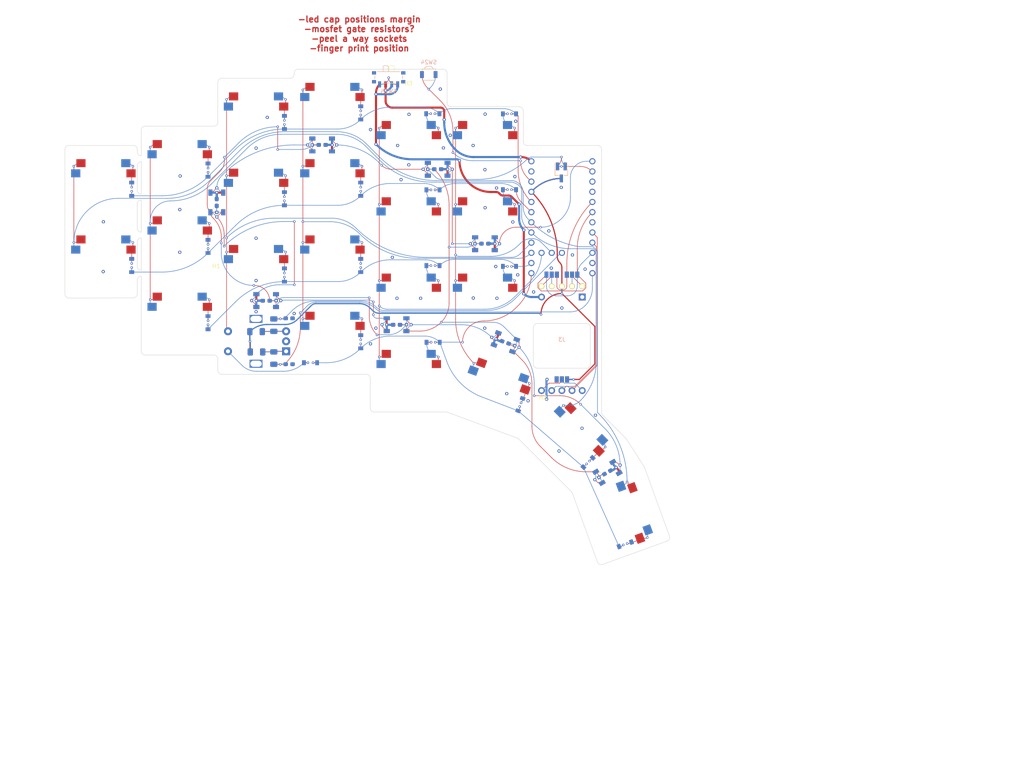
<source format=kicad_pcb>
(kicad_pcb (version 20211014) (generator pcbnew)
  (layers (0 "F.Cu" signal) (31 "B.Cu" signal) (34 "B.Paste" user) (35 "F.Paste" user) (36 "B.SilkS" user "B.Silkscreen") (37 "F.SilkS" user "F.Silkscreen") (38 "B.Mask" user) (39 "F.Mask" user) (44 "Edge.Cuts" user))
  (net 0 "")
  (net 1 "row0")
  (net 2 "Net-(D2-Pad2)")
  (net 3 "Net-(D3-Pad2)")
  (net 4 "Net-(D4-Pad2)")
  (net 5 "Net-(D5-Pad2)")
  (net 6 "Net-(D6-Pad2)")
  (net 7 "row1")
  (net 8 "Net-(D7-Pad2)")
  (net 9 "Net-(D8-Pad2)")
  (net 10 "Net-(SW1-Pad2)")
  (net 11 "Net-(SW2-Pad2)")
  (net 12 "Net-(SW3-Pad2)")
  (net 13 "Net-(SW4-Pad2)")
  (net 14 "row2")
  (net 15 "Net-(SW5-Pad2)")
  (net 16 "Net-(SW6-Pad2)")
  (net 17 "Net-(SW7-Pad2)")
  (net 18 "Net-(SW8-Pad2)")
  (net 19 "Net-(SW9-Pad2)")
  (net 20 "row3")
  (net 21 "Net-(SW10-Pad2)")
  (net 22 "Net-(SW11-Pad2)")
  (net 23 "Net-(SW12-Pad2)")
  (net 24 "Net-(SW13-Pad2)")
  (net 25 "col0")
  (net 26 "col1")
  (net 27 "col2")
  (net 28 "col3")
  (net 29 "col4")
  (net 30 "col5")
  (net 31 "Net-(R1-Pad2)")
  (net 32 "Net-(R2-Pad2)")
  (net 33 "GND")
  (net 34 "LED")
  (net 35 "SDA")
  (net 36 "SCL")
  (net 37 "rotA")
  (net 38 "rotB")
  (net 39 "VCC")
  (net 40 "RESET")
  (net 41 "Net-(SW14-Pad2)")
  (net 42 "Net-(SW15-Pad2)")
  (net 43 "unconnected-(D9-Pad2)")
  (net 44 "Net-(SW16-Pad2)")
  (net 45 "Net-(SW17-Pad2)")
  (net 46 "Net-(SW19-Pad2)")
  (net 47 "Net-(SW20-Pad2)")
  (net 48 "Net-(SW21-Pad2)")
  (net 49 "Net-(SW22-Pad2)")
  (net 50 "Net-(SW23-Pad2)")
  (net 51 "unconnected-(SW25-Pad1)")
  (net 52 "RAW")
  (net 53 "MOSI")
  (net 54 "SCK")
  (net 55 "CS")
  (net 56 "/RAW_BAT")
  (net 57 "HAP_1")
  (net 58 "HAP_5")
  (net 59 "LCD_1")
  (net 60 "LCD_2")
  (net 61 "LCD_4")
  (net 62 "LCD_5")
  (net 63 "ARGB")
  (net 64 "rotS2")
  (net 65 "/LED_VCC")
  (footprint "hb44:SMD_CherryMX_MidHeight_Choc_HotSwap+SOD123" (layer "F.Cu") (at 75.8345 60.1365)
    (fp_text reference "SW9" hide)
    (fp_text value "Switch+Diode" hide)
  )
  (footprint "hb44:SMD_CherryMX_MidHeight_Choc_HotSwap+SOD123" (layer "F.Cu") (at 94.8845 76.8052)
    (fp_text reference "SW15" hide)
    (fp_text value "Switch+Diode" hide)
  )
  (footprint "hb44:jumperClean" (layer "F.Cu") (at 152.146 106.68)
    (fp_text reference "JP6")
    (fp_text value "SolderJumper_3_Open")
  )
  (footprint "hb44:jumperClean" (layer "F.Cu") (at 149.606 80.518)
    (fp_text reference "JP1")
    (fp_text value "SolderJumper_3_Open")
  )
  (footprint "hb44:SMD_CherryMX_MidHeight_Choc_HotSwap+SOD123" (layer "F.Cu") (at 56.7845 52.9927)
    (fp_text reference "SW2" hide)
    (fp_text value "Switch+Diode" hide)
  )
  (footprint "hb44:SMD_CherryMX_MidHeight_Choc_HotSwap+SOD123" (layer "F.Cu") (at 132.9845 48.2302)
    (fp_text reference "SW6" hide)
    (fp_text value "Switch+Diode" hide)
  )
  (footprint "hb44:MountingHole_4mm" (layer "F.Cu") (at 65.8876 81.5848)
    (fp_text reference "H1")
    (fp_text value "MountingHole")
  )
  (footprint "hb44:SMD_P_MOSTFET_SOT-23" (layer "F.Cu") (at 152.019 54.991 -90)
    (fp_text reference "Q1")
    (fp_text value "Q_PMOS_GSD")
  )
  (footprint "hb44:SMD_CherryMX_MidHeight_Choc_HotSwap+SOD123" (layer "F.Cu") (at 94.8845 38.7052)
    (fp_text reference "SW4" hide)
    (fp_text value "Switch+Diode" hide)
  )
  (footprint "hb44:SMD_CherryMX_MidHeight_Choc_HotSwap+SOD123" (layer "F.Cu") (at 132.9845 67.2802)
    (fp_text reference "SW12" hide)
    (fp_text value "Switch+Diode" hide)
  )
  (footprint "hb44:SMD_CherryMX_MidHeight_Choc_HotSwap+SOD123" (layer "F.Cu") (at 37.7345 76.8052)
    (fp_text reference "SW7" hide)
    (fp_text value "Switch+Diode" hide)
  )
  (footprint "hb44:SMD_CherryMX_MidHeight_Choc_HotSwap+SOD123" (layer "F.Cu") (at 94.8845 95.8552)
    (fp_text reference "SW19" hide)
    (fp_text value "Switch+Diode" hide)
  )
  (footprint "hb44:SMD_CherryMX_MidHeight_Choc_HotSwap+SOD123" (layer "F.Cu") (at 75.8345 79.1865)
    (fp_text reference "SW14" hide)
    (fp_text value "Switch+Diode" hide)
  )
  (footprint "hb44:SMD_CherryMX_MidHeight_Choc_HotSwap+SOD123" (layer "F.Cu") (at 94.8845 57.7552)
    (fp_text reference "SW10" hide)
    (fp_text value "Switch+Diode" hide)
  )
  (footprint "hb44:SMD_CherryMX_MidHeight_Choc_HotSwap+SOD123" (layer "F.Cu") (at 132.9845 86.3302)
    (fp_text reference "SW17" hide)
    (fp_text value "Switch+Diode" hide)
  )
  (footprint "hb44:MountingHole_4mm" (layer "F.Cu") (at 147.4216 114.4016)
    (fp_text reference "H2")
    (fp_text value "MountingHole")
  )
  (footprint "hb44:TH_BatteryConn" (layer "F.Cu") (at 157.226 86.106 180)
    (fp_text reference "J2")
    (fp_text value "Conn_01x02")
  )
  (footprint "hb44:SMD_CherryMX_MidHeight_Choc_HotSwap+SOD123" (layer "F.Cu") (at 75.8345 41.0865)
    (fp_text reference "SW3" hide)
    (fp_text value "Switch+Diode" hide)
  )
  (footprint "hb44:SMD_CherryMX_MidHeight_Choc_HotSwap+SOD123" (layer "F.Cu") (at 37.7345 57.7552)
    (fp_text reference "SW1" hide)
    (fp_text value "Switch+Diode" hide)
  )
  (footprint "hb44:SMD_CherryMX_MidHeight_Choc_HotSwap+SOD123" (layer "F.Cu") (at 56.7845 91.0927)
    (fp_text reference "SW13" hide)
    (fp_text value "Switch+Diode" hide)
  )
  (footprint "hb44:nice!view" (layer "F.Cu") (at 152.146 83.417)
    (fp_text reference "LCD1")
    (fp_text value "nice!view" hide)
  )
  (footprint "hb44:SMD_CherryMX_MidHeight_Choc_HotSwap+SOD123" (layer "F.Cu") (at 113.9345 48.2302)
    (fp_text reference "SW5" hide)
    (fp_text value "Switch+Diode" hide)
  )
  (footprint "hb44:SMD_CherryMX_MidHeight_Choc_HotSwap+SOD123" (layer "F.Cu") (at 135.636 109.22 -20)
    (fp_text reference "SW21" hide)
    (fp_text value "Switch+Diode" hide)
  )
  (footprint "hb44:nice!nano" (layer "F.Cu") (at 152.146 66.687)
    (fp_text reference "U1" hide)
    (fp_text value "nice!nano" hide)
  )
  (footprint "hb44:SMD_CherryMX_MidHeight_Choc_HotSwap+SOD123" (layer "F.Cu") (at 113.9345 105.3802)
    (fp_text reference "SW20" hide)
    (fp_text value "Switch+Diode" hide)
  )
  (footprint "hb44:SMD_CherryMX_MidHeight_Choc_HotSwap+SOD123" (layer "F.Cu") (at 113.9345 67.2802)
    (fp_text reference "SW11" hide)
    (fp_text value "Switch+Diode" hide)
  )
  (footprint "hb44:ec11" (layer "F.Cu") (at 75.8345 97.1592 180)
    (fp_text reference "SW18")
    (fp_text value "RotaryEncoder_Switch")
  )
  (footprint "hb44:SMD_CherryMX_MidHeight_Choc_HotSwap+SOD123" (layer "F.Cu") (at 166.878 140.716 -70)
    (fp_text reference "SW23" hide)
    (fp_text value "Switch+Diode" hide)
  )
  (footprint "hb44:SMD_CherryMX_MidHeight_Choc_HotSwap+SOD123" (layer "F.Cu") (at 154.686 121.412 -45)
    (fp_text reference "SW22" hide)
    (fp_text value "Switch+Diode" hide)
  )
  (footprint "hb44:SMD_CherryMX_MidHeight_Choc_HotSwap+SOD123" (layer "F.Cu") (at 56.7845 72.0427)
    (fp_text reference "SW8" hide)
    (fp_text value "Switch+Diode" hide)
  )
  (footprint "hb44:SMD_CherryMX_MidHeight_Choc_HotSwap+SOD123" (layer "F.Cu") (at 113.9345 86.3302)
    (fp_text reference "SW16" hide)
    (fp_text value "Switch+Diode" hide)
  )
  (footprint "hb44:jumperClean" (layer "F.Cu") (at 154.686 80.518)
    (fp_text reference "JP4")
    (fp_text value "SolderJumper_3_Open")
  )
  (footprint "hb44:MountingHole_4mm" (layer "F.Cu") (at 113.8936 35.9664)
    (fp_text reference "H3")
    (fp_text value "MountingHole")
  )
  (footprint "hb44:SMD_WS2812B+Cap0603" (layer "B.Cu") (at 78.359 86.995 180)
    (fp_text reference "D6")
    (fp_text value "WS2812B+Cap")
  )
  (footprint "hb44:jumperClean" (layer "B.Cu") (at 154.686 80.518)
    (fp_text reference "JP3")
    (fp_text value "SolderJumper_3_Open")
  )
  (footprint "hb44:Pimoroni Haptic Buzz DRV2605L Driver" (layer "B.Cu") (at 152.146 99.06 180)
    (fp_text reference "J3")
    (fp_text value "Conn_01x05")
  )
  (footprint "hb44:SMD_WS2812B+Cap0603" (layer "B.Cu") (at 132.9436 72.7964)
    (fp_text reference "D2")
    (fp_text value "WS2812B+Cap")
  )
  (footprint "hb44:SMD_WS2812B+Cap0603" (layer "B.Cu") (at 110.8964 93.0148 180)
    (fp_text reference "D7")
    (fp_text value "WS2812B+Cap")
  )
  (footprint "hb44:SMD_WS2812B+Cap0603" (layer "B.Cu") (at 163.5252 129.8956 30)
    (fp_text reference "D9")
    (fp_text value "WS2812B+Cap")
  )
  (footprint "hb44:Res_1206_Clean" (layer "B.Cu") (at 75.946 99.822)
    (fp_text reference "R1")
    (fp_text value "10k")
  )
  (footprint "hb44:SMD_SW_SPST_B3U-3000P-B" (layer "B.Cu") (at 118.9345 30.5816 180)
    (fp_text reference "SW24")
    (fp_text value "SW_PUSH")
  )
  (footprint "hb44:SMD_WS2812B+Cap0603" (layer "B.Cu") (at 66.04 62.484 90)
    (fp_text reference "D5")
    (fp_text value "WS2812B+Cap")
  )
  (footprint "hb44:SMD_SOD123" (layer "B.Cu") (at 89.5379 102.1159)
    (fp_text reference "D1")
    (fp_text value " ")
  )
  (footprint "hb44:Res_1206_Clean" (layer "B.Cu") (at 80.264 93.1164 90)
    (fp_text reference "R4")
    (fp_text value "10k")
  )
  (footprint "hb44:Res_1206_Clean" (layer "B.Cu") (at 75.8444 94.742)
    (fp_text reference "R2")
    (fp_text value "10k")
  )
  (footprint "hb44:jumperClean" (layer "B.Cu") (at 152.146 106.68 180)
    (fp_text reference "JP5")
    (fp_text value "SolderJumper_3_Open")
  )
  (footprint "hb44:SMD_WS2812B+Cap0603" (layer "B.Cu") (at 138.049 97.409 160)
    (fp_text reference "D8")
    (fp_text value "WS2812B+Cap")
  )
  (footprint "hb44:jumperClean" (layer "B.Cu") (at 149.606 80.518)
    (fp_text reference "JP2")
    (fp_text value "SolderJumper_3_Open")
  )
  (footprint "hb44:Res_1206_Clean" (layer "B.Cu") (at 80.264 101.346 -90)
    (fp_text reference "R3")
    (fp_text value "10k")
  )
  (footprint "hb44:Cap_0603_Clean" (layer "B.Cu") (at 84.074 102.87)
    (fp_text reference "C1")
    (fp_text value "10n")
  )
  (footprint "hb44:SMD_WS2812B+Cap0603" (layer "B.Cu") (at 121.158 54.2036)
    (fp_text reference "D3")
    (fp_text value "WS2812B+Cap")
  )
  (footprint "hb44:SMD_SW_SPDT_PCM12" (layer "B.Cu") (at 108.9345 31.5646)
    (fp_text reference "SW25")
    (fp_text value "SW_DPDT_x2")
  )
  (footprint "hb44:Cap_0603_Clean" (layer "B.Cu") (at 84.074 91.44)
    (fp_text reference "C2")
    (fp_text value "10n")
  )
  (footprint "hb44:SMD_WS2812B+Cap0603" (layer "B.Cu") (at 92.329 48.133)
    (fp_text reference "D4")
    (fp_text value "WS2812B+Cap")
  )
  (gr_arc (start 66.294 32.496) (mid 66.586893 31.788893) (end 67.294 31.496) (layer "Edge.Cuts") (width 0.1))
  (gr_line (start 47.1932 79.4512) (end 47.1932 71.374) (layer "Edge.Cuts") (width 0.1))
  (gr_arc (start 45.228 48.26) (mid 45.923204 48.5619) (end 46.1772 49.276) (layer "Edge.Cuts") (width 0.1))
  (gr_line (start 142.494 39.608) (end 142.494 47.26) (layer "Edge.Cuts") (width 0.1))
  (gr_arc (start 123.264284 114.808) (mid 123.441166 114.823768) (end 123.61247 114.870574) (layer "Edge.Cuts") (width 0.1))
  (gr_arc (start 172.658 128.427555) (mid 172.714121 128.526892) (end 172.758562 128.631975) (layer "Edge.Cuts") (width 0.1))
  (gr_arc (start 47.1932 79.4512) (mid 46.49251 79.171432) (end 46.1772 78.486) (layer "Edge.Cuts") (width 0.1))
  (gr_line (start 46.1772 59.436) (end 46.1772 53.2892) (layer "Edge.Cuts") (width 0.1))
  (gr_arc (start 47.1932 50.852135) (mid 46.49205 50.571903) (end 46.1772 49.8856) (layer "Edge.Cuts") (width 0.1))
  (gr_arc (start 154.525336 134.713336) (mid 154.664431 134.887582) (end 154.761463 135.088316) (layer "Edge.Cuts") (width 0.1))
  (gr_line (start 172.758562 128.631975) (end 178.982172 145.769149) (layer "Edge.Cuts") (width 0.1))
  (gr_arc (start 29.145579 86.357616) (mid 28.436936 86.065566) (end 28.1432 85.357619) (layer "Edge.Cuts") (width 0.1))
  (gr_line (start 86.344 29.21) (end 122.4948 29.21) (layer "Edge.Cuts") (width 0.1))
  (gr_arc (start 46.1772 81.9404) (mid 46.47478 81.22198) (end 47.1932 80.9244) (layer "Edge.Cuts") (width 0.1))
  (gr_arc (start 85.344 30.496) (mid 85.051107 31.203107) (end 84.344 31.496) (layer "Edge.Cuts") (width 0.1))
  (gr_line (start 159.258 102.886) (end 159.258 93.71) (layer "Edge.Cuts") (width 0.1))
  (gr_arc (start 162.278551 152.873726) (mid 161.538932 152.841654) (end 161.036 152.2984) (layer "Edge.Cuts") (width 0.1))
  (gr_line (start 67.294 31.496) (end 84.344 31.496) (layer "Edge.Cuts") (width 0.1))
  (gr_line (start 65.294 100.584) (end 48.1932 100.584) (layer "Edge.Cuts") (width 0.1))
  (gr_line (start 47.1932 99.584) (end 47.1932 85.368082) (layer "Edge.Cuts") (width 0.1))
  (gr_arc (start 145.034 93.71) (mid 145.326893 93.002893) (end 146.034 92.71) (layer "Edge.Cuts") (width 0.1))
  (gr_line (start 46.1772 81.9404) (end 46.1772 85.312039) (layer "Edge.Cuts") (width 0.1))
  (gr_line (start 67.294 105.41) (end 103.3432 105.41) (layer "Edge.Cuts") (width 0.1))
  (gr_line (start 104.3432 113.808) (end 104.3432 106.41) (layer "Edge.Cuts") (width 0.1))
  (gr_arc (start 178.982172 145.769149) (mid 178.947946 146.534396) (end 178.382272 147.050912) (layer "Edge.Cuts") (width 0.1))
  (gr_line (start 123.264284 114.808) (end 105.3432 114.808) (layer "Edge.Cuts") (width 0.1))
  (gr_line (start 162.052 49.26) (end 162.052 57.912) (layer "Edge.Cuts") (width 0.1))
  (gr_line (start 46.1772 72.3392) (end 46.1772 78.486) (layer "Edge.Cuts") (width 0.1))
  (gr_line (start 158.258 103.886) (end 146.034 103.886) (layer "Edge.Cuts") (width 0.1))
  (gr_line (start 161.052 48.26) (end 158.242 48.26) (layer "Edge.Cuts") (width 0.1))
  (gr_arc (start 46.1772 85.312039) (mid 45.885311 86.01814) (end 45.180043 86.312034) (layer "Edge.Cuts") (width 0.1))
  (gr_arc (start 66.294 42.434) (mid 66.001107 43.141107) (end 65.294 43.434) (layer "Edge.Cuts") (width 0.1))
  (gr_line (start 66.294 101.584) (end 66.294 104.41) (layer "Edge.Cuts") (width 0.1))
  (gr_arc (start 46.1772 62.8396) (mid 46.49251 62.154168) (end 47.1932 61.8744) (layer "Edge.Cuts") (width 0.1))
  (gr_arc (start 141.494 38.608) (mid 142.201107 38.900893) (end 142.494 39.608) (layer "Edge.Cuts") (width 0.1))
  (gr_line (start 168.072028 121.336028) (end 162.344893 115.608893) (layer "Edge.Cuts") (width 0.1))
  (gr_arc (start 47.1932 69.902135) (mid 46.49205 69.621903) (end 46.1772 68.9356) (layer "Edge.Cuts") (width 0.1))
  (gr_line (start 85.344 30.496) (end 85.344 30.21) (layer "Edge.Cuts") (width 0.1))
  (gr_line (start 66.294 32.496) (end 66.294 42.434) (layer "Edge.Cuts") (width 0.1))
  (gr_line (start 46.1772 49.276) (end 46.1772 49.8856) (layer "Edge.Cuts") (width 0.1))
  (gr_arc (start 146.034 103.886) (mid 145.326893 103.593107) (end 145.034 102.886) (layer "Edge.Cuts") (width 0.1))
  (gr_line (start 141.494 38.608) (end 124.4948 38.608) (layer "Edge.Cuts") (width 0.1))
  (gr_arc (start 46.1772 72.3392) (mid 46.49251 71.653768) (end 47.1932 71.374) (layer "Edge.Cuts") (width 0.1))
  (gr_arc (start 158.258 92.71) (mid 158.965107 93.002893) (end 159.258 93.71) (layer "Edge.Cuts") (width 0.1))
  (gr_line (start 172.658 128.427555) (end 168.206099 121.502376) (layer "Edge.Cuts") (width 0.1))
  (gr_arc (start 141.019407 121.336009) (mid 141.211287 121.431811) (end 141.378326 121.566326) (layer "Edge.Cuts") (width 0.1))
  (gr_arc (start 48.1932 100.584) (mid 47.486093 100.291107) (end 47.1932 99.584) (layer "Edge.Cuts") (width 0.1))
  (gr_arc (start 85.344 30.21) (mid 85.636893 29.502893) (end 86.344 29.21) (layer "Edge.Cuts") (width 0.1))
  (gr_line (start 47.1932 50.852135) (end 47.1932 44.434) (layer "Edge.Cuts") (width 0.1))
  (gr_arc (start 161.052 48.26) (mid 161.759107 48.552893) (end 162.052 49.26) (layer "Edge.Cuts") (width 0.1))
  (gr_arc (start 124.4948 38.608) (mid 123.787693 38.315107) (end 123.4948 37.608) (layer "Edge.Cuts") (width 0.1))
  (gr_arc (start 122.4948 29.21) (mid 123.201907 29.502893) (end 123.4948 30.21) (layer "Edge.Cuts") (width 0.1))
  (gr_line (start 47.1932 80.9244) (end 47.1932 85.368082) (layer "Edge.Cuts") (width 0.1))
  (gr_line (start 65.294 43.434) (end 48.1932 43.434) (layer "Edge.Cuts") (width 0.1))
  (gr_line (start 162.052 114.901787) (end 162.052 57.912) (layer "Edge.Cuts") (width 0.1))
  (gr_line (start 47.1932 60.4012) (end 47.1932 52.324) (layer "Edge.Cuts") (width 0.1))
  (gr_line (start 29.145579 86.357616) (end 45.180043 86.312034) (layer "Edge.Cuts") (width 0.1))
  (gr_arc (start 105.3432 114.808) (mid 104.636093 114.515107) (end 104.3432 113.808) (layer "Edge.Cuts") (width 0.1))
  (gr_line (start 154.761463 135.088316) (end 161.036 152.2984) (layer "Edge.Cuts") (width 0.1))
  (gr_arc (start 47.1932 60.402535) (mid 46.49205 60.122303) (end 46.1772 59.436) (layer "Edge.Cuts") (width 0.1))
  (gr_arc (start 143.494 48.26) (mid 142.786893 47.967107) (end 142.494 47.26) (layer "Edge.Cuts") (width 0.1))
  (gr_line (start 28.1432 85.357619) (end 28.1432 49.26) (layer "Edge.Cuts") (width 0.1))
  (gr_line (start 145.034 102.886) (end 145.034 93.71) (layer "Edge.Cuts") (width 0.1))
  (gr_line (start 46.1772 68.9356) (end 46.1772 62.8396) (layer "Edge.Cuts") (width 0.1))
  (gr_arc (start 168.072028 121.336028) (mid 168.143519 121.415611) (end 168.206099 121.502376) (layer "Edge.Cuts") (width 0.1))
  (gr_line (start 45.228 48.26) (end 29.1432 48.26) (layer "Edge.Cuts") (width 0.1))
  (gr_line (start 141.378326 121.566326) (end 154.525336 134.713336) (layer "Edge.Cuts") (width 0.1))
  (gr_line (start 143.494 48.26) (end 158.242 48.26) (layer "Edge.Cuts") (width 0.1))
  (gr_line (start 178.382272 147.050912) (end 162.278551 152.873726) (layer "Edge.Cuts") (width 0.1))
  (gr_arc (start 159.258 102.886) (mid 158.965107 103.593107) (end 158.258 103.886) (layer "Edge.Cuts") (width 0.1))
  (gr_line (start 123.61247 114.870574) (end 141.019407 121.336009) (layer "Edge.Cuts") (width 0.1))
  (gr_arc (start 103.3432 105.41) (mid 104.050307 105.702893) (end 104.3432 106.41) (layer "Edge.Cuts") (width 0.1))
  (gr_arc (start 67.294 105.41) (mid 66.586893 105.117107) (end 66.294 104.41) (layer "Edge.Cuts") (width 0.1))
  (gr_arc (start 162.344893 115.608893) (mid 162.12812 115.28447) (end 162.052 114.901787) (layer "Edge.Cuts") (width 0.1))
  (gr_line (start 47.1932 61.8744) (end 47.1932 69.902135) (layer "Edge.Cuts") (width 0.1))
  (gr_line (start 158.258 92.71) (end 146.034 92.71) (layer "Edge.Cuts") (width 0.1))
  (gr_arc (start 65.294 100.584) (mid 66.001107 100.876893) (end 66.294 101.584) (layer "Edge.Cuts") (width 0.1))
  (gr_arc (start 46.1772 53.2892) (mid 46.49251 52.603768) (end 47.1932 52.324) (layer "Edge.Cuts") (width 0.1))
  (gr_line (start 123.4948 30.21) (end 123.4948 37.608) (layer "Edge.Cuts") (width 0.1))
  (gr_arc (start 28.1432 49.26) (mid 28.436093 48.552893) (end 29.1432 48.26) (layer "Edge.Cuts") (width 0.1))
  (gr_arc (start 47.1932 44.434) (mid 47.486093 43.726893) (end 48.1932 43.434) (layer "Edge.Cuts") (width 0.1))
  (gr_text "-led cap positions margin\n-mosfet gate resistors?\n-peel a way sockets\n-finger print position" (at 101.6 20.3708) (layer "F.Cu") (effects (font (size 1.5 1.5) (thickness 0.3))))
  (segment (start 141.224511 40.854211) (end 141.224511 54.370979) (width 0.127) (layer "F.Cu") (net 1))
  (segment (start 140.7265 40.3562) (end 141.224511 40.854211) (width 0.127) (layer "F.Cu") (net 1))
  (segment (start 140.7265 40.3562) (end 139.5885 40.3562) (width 0.127) (layer "F.Cu") (net 1))
  (segment (start 82.9045 43.0265) (end 82.9045 44.1645) (width 0.127) (layer "F.Cu") (net 1))
  (segment (start 121.5935 40.3322) (end 120.4555 40.3322) (width 0.127) (layer "F.Cu") (net 1))
  (segment (start 63.8545 56.0707) (end 63.8545 54.9327) (width 0.127) (layer "F.Cu") (net 1))
  (segment (start 101.9545 40.6452) (end 101.9545 41.7832) (width 0.127) (layer "F.Cu") (net 1))
  (segment (start 44.8045 59.6952) (end 44.8045 60.8332) (width 0.127) (layer "F.Cu") (net 1))
  (arc (start 141.224511 54.370979) (mid 142.085503 58.699476) (end 144.5374 62.369) (width 0.127) (layer "F.Cu") (net 1))
  (segment (start 44.8015 60.8242) (end 52.353808 60.8242) (width 0.127) (layer "B.Cu") (net 1))
  (segment (start 44.8015 60.8242) (end 44.8015 59.702442) (width 0.127) (layer "B.Cu") (net 1))
  (segment (start 117.659955 38.7096) (end 109.350098 38.7096) (width 0.127) (layer "B.Cu") (net 1))
  (segment (start 70.70627 49.206929) (end 63.8515 56.0617) (width 0.127) (layer "B.Cu") (net 1))
  (segment (start 82.9015 44.1555) (end 82.9015 43.033742) (width 0.127) (layer "B.Cu") (net 1))
  (segment (start 63.8545 56.054458) (end 63.8545 54.9327) (width 0.127) (layer "B.Cu") (net 1))
  (segment (start 124.650551 39.0652) (end 137.593508 39.0652) (width 0.127) (layer "B.Cu") (net 1))
  (segment (start 101.9515 41.7742) (end 101.9515 40.652442) (width 0.127) (layer "B.Cu") (net 1))
  (segment (start 82.9015 44.1555) (end 96.202534 44.1555) (width 0.127) (layer "B.Cu") (net 1))
  (segment (start 140.7175 40.3592) (end 139.595742 40.3592) (width 0.127) (layer "B.Cu") (net 1))
  (segment (start 121.5845 40.3352) (end 120.462742 40.3352) (width 0.127) (layer "B.Cu") (net 1))
  (arc (start 101.9515 40.652442) (mid 101.95228 40.648523) (end 101.9545 40.6452) (width 0.127) (layer "B.Cu") (net 1))
  (arc (start 120.462742 40.3352) (mid 120.458823 40.33442) (end 120.4555 40.3322) (width 0.127) (layer "B.Cu") (net 1))
  (arc (start 137.593508 39.0652) (mid 139.2842 39.4015) (end 140.7175 40.3592) (width 0.127) (layer "B.Cu") (net 1))
  (arc (start 121.5845 40.3352) (mid 119.783904 39.132079) (end 117.659955 38.7096) (width 0.127) (layer "B.Cu") (net 1))
  (arc (start 82.9015 43.033742) (mid 82.90228 43.029823) (end 82.9045 43.0265) (width 0.127) (layer "B.Cu") (net 1))
  (arc (start 121.5845 40.3352) (mid 122.991216 39.395262) (end 124.650551 39.0652) (width 0.127) (layer "B.Cu") (net 1))
  (arc (start 96.202534 44.1555) (mid 99.313852 43.53662) (end 101.9515 41.7742) (width 0.127) (layer "B.Cu") (net 1))
  (arc (start 109.350098 38.7096) (mid 105.346006 39.506063) (end 101.9515 41.7742) (width 0.127) (layer "B.Cu") (net 1))
  (arc (start 82.9015 44.1555) (mid 76.301489 45.468324) (end 70.70627 49.206929) (width 0.127) (layer "B.Cu") (net 1))
  (arc (start 63.8515 56.0617) (mid 63.853721 56.058377) (end 63.8545 56.054458) (width 0.127) (layer "B.Cu") (net 1))
  (arc (start 52.353808 60.8242) (mid 58.576314 59.586466) (end 63.8515 56.0617) (width 0.127) (layer "B.Cu") (net 1))
  (arc (start 139.595742 40.3592) (mid 139.591823 40.35842) (end 139.5885 40.3562) (width 0.127) (layer "B.Cu") (net 1))
  (arc (start 44.8015 59.702442) (mid 44.80228 59.698523) (end 44.8045 59.6952) (width 0.127) (layer "B.Cu") (net 1))
  (segment (start 124.8156 72.7964) (end 124.7902 72.771) (width 0.127) (layer "F.Cu") (net 2))
  (segment (start 123.903429 53.316829) (end 124.7902 54.2036) (width 0.127) (layer "F.Cu") (net 2))
  (segment (start 124.7902 72.771) (end 124.7902 54.2036) (width 0.127) (layer "F.Cu") (net 2))
  (segment (start 130.198171 73.683171) (end 129.3114 72.7964) (width 0.127) (layer "F.Cu") (net 2))
  (via (at 124.8156 72.7964) (size 0.6) (drill 0.3) (layers "F.Cu" "B.Cu") (net 2))
  (arc (start 130.4936 74.3964) (mid 130.41682 74.010403) (end 130.198171 73.683171) (width 0.127) (layer "F.Cu") (net 2))
  (arc (start 123.608 52.6036) (mid 123.68478 52.989597) (end 123.903429 53.316829) (width 0.127) (layer "F.Cu") (net 2))
  (segment (start 123.903429 55.090371) (end 124.7902 54.2036) (width 0.127) (layer "B.Cu") (net 2))
  (segment (start 124.92746 72.821168) (end 124.902692 72.7964) (width 0.127) (layer "B.Cu") (net 2))
  (segment (start 130.198171 71.909629) (end 129.3114 72.7964) (width 0.127) (layer "B.Cu") (net 2))
  (segment (start 124.902692 72.7964) (end 124.8156 72.7964) (width 0.127) (layer "B.Cu") (net 2))
  (segment (start 129.3114 72.7964) (end 125.060884 72.7964) (width 0.127) (layer "B.Cu") (net 2))
  (arc (start 125.060884 72.7964) (mid 124.993211 72.803068) (end 124.92746 72.821168) (width 0.127) (layer "B.Cu") (net 2))
  (arc (start 123.608 55.8036) (mid 123.68478 55.417603) (end 123.903429 55.090371) (width 0.127) (layer "B.Cu") (net 2))
  (arc (start 130.4936 71.1964) (mid 130.41682 71.582397) (end 130.198171 71.909629) (width 0.127) (layer "B.Cu") (net 2))
  (segment (start 95.074429 47.246229) (end 95.9612 48.133) (width 0.127) (layer "F.Cu") (net 3))
  (segment (start 109.579519 54.2036) (end 117.5258 54.2036) (width 0.127) (layer "F.Cu") (net 3))
  (segment (start 118.412571 55.090371) (end 117.5258 54.2036) (width 0.127) (layer "F.Cu") (net 3))
  (via (at 107.188 53.213) (size 0.6) (drill 0.3) (layers "F.Cu" "B.Cu") (net 3))
  (arc (start 94.779 46.533) (mid 94.85578 46.918997) (end 95.074429 47.246229) (width 0.127) (layer "F.Cu") (net 3))
  (arc (start 118.708 55.8036) (mid 118.63122 55.417603) (end 118.412571 55.090371) (width 0.127) (layer "F.Cu") (net 3))
  (arc (start 107.188 53.213) (mid 108.285238 53.946151) (end 109.579519 54.2036) (width 0.127) (layer "F.Cu") (net 3))
  (segment (start 118.412571 53.316829) (end 117.5258 54.2036) (width 0.127) (layer "B.Cu") (net 3))
  (segment (start 95.074429 49.019771) (end 95.9612 48.133) (width 0.127) (layer "B.Cu") (net 3))
  (segment (start 106.454444 52.479444) (end 107.188 53.213) (width 0.127) (layer "B.Cu") (net 3))
  (arc (start 118.708 52.6036) (mid 118.63122 52.989597) (end 118.412571 53.316829) (width 0.127) (layer "B.Cu") (net 3))
  (arc (start 95.9612 48.133) (mid 101.640103 49.262604) (end 106.454444 52.479444) (width 0.127) (layer "B.Cu") (net 3))
  (arc (start 94.779 49.733) (mid 94.85578 49.347003) (end 95.074429 49.019771) (width 0.127) (layer "B.Cu") (net 3))
  (segment (start 65.153229 59.738571) (end 66.04 58.8518) (width 0.127) (layer "F.Cu") (net 4))
  (segment (start 89.583571 49.019771) (end 88.6968 48.133) (width 0.127) (layer "F.Cu") (net 4))
  (arc (start 64.44 60.034) (mid 64.825997 59.95722) (end 65.153229 59.738571) (width 0.127) (layer "F.Cu") (net 4))
  (arc (start 89.879 49.733) (mid 89.80222 49.347003) (end 89.583571 49.019771) (width 0.127) (layer "F.Cu") (net 4))
  (segment (start 85.347097 48.133) (end 88.6968 48.133) (width 0.127) (layer "B.Cu") (net 4))
  (segment (start 66.926771 59.738571) (end 66.04 58.8518) (width 0.127) (layer "B.Cu") (net 4))
  (segment (start 67.333157 55.729843) (end 67.564 55.499) (width 0.127) (layer "B.Cu") (net 4))
  (segment (start 89.583571 47.246229) (end 88.6968 48.133) (width 0.127) (layer "B.Cu") (net 4))
  (arc (start 67.64 60.034) (mid 67.254003 59.95722) (end 66.926771 59.738571) (width 0.127) (layer "B.Cu") (net 4))
  (arc (start 67.564 55.499) (mid 75.722954 50.047361) (end 85.347097 48.133) (width 0.127) (layer "B.Cu") (net 4))
  (arc (start 89.879 46.533) (mid 89.80222 46.918997) (end 89.583571 47.246229) (width 0.127) (layer "B.Cu") (net 4))
  (arc (start 66.04 58.8518) (mid 66.376081 57.162209) (end 67.333157 55.729843) (width 0.127) (layer "B.Cu") (net 4))
  (segment (start 66.926771 65.229429) (end 66.04 66.1162) (width 0.127) (layer "F.Cu") (net 5))
  (segment (start 67.874167 73.400633) (end 67.874167 70.54427) (width 0.127) (layer "F.Cu") (net 5))
  (segment (start 85.3948 67.2592) (end 85.3948 83.0455) (width 0.127) (layer "F.Cu") (net 5))
  (segment (start 67.8688 73.406) (end 67.874167 73.400633) (width 0.127) (layer "F.Cu") (net 5))
  (segment (start 75.613571 87.881771) (end 74.7268 86.995) (width 0.127) (layer "F.Cu") (net 5))
  (via (at 85.3948 67.2592) (size 0.6) (drill 0.3) (layers "F.Cu" "B.Cu") (net 5))
  (via (at 85.3948 83.0455) (size 0.6) (drill 0.3) (layers "F.Cu" "B.Cu") (net 5))
  (via (at 67.8688 73.406) (size 0.6) (drill 0.3) (layers "F.Cu" "B.Cu") (net 5))
  (arc (start 75.909 88.595) (mid 75.83222 88.209003) (end 75.613571 87.881771) (width 0.127) (layer "F.Cu") (net 5))
  (arc (start 67.64 64.934) (mid 67.254003 65.01078) (end 66.926771 65.229429) (width 0.127) (layer "F.Cu") (net 5))
  (arc (start 67.874167 70.54427) (mid 67.397483 68.147816) (end 66.04 66.1162) (width 0.127) (layer "F.Cu") (net 5))
  (segment (start 75.613571 86.108229) (end 74.7268 86.995) (width 0.127) (layer "B.Cu") (net 5))
  (segment (start 65.153229 65.229429) (end 66.04 66.1162) (width 0.127) (layer "B.Cu") (net 5))
  (segment (start 82.708487 67.2592) (end 85.3948 67.2592) (width 0.127) (layer "B.Cu") (net 5))
  (segment (start 85.3948 83.0455) (end 81.581194 83.0455) (width 0.127) (layer "B.Cu") (net 5))
  (arc (start 75.909 85.395) (mid 75.83222 85.780997) (end 75.613571 86.108229) (width 0.127) (layer "B.Cu") (net 5))
  (arc (start 64.44 64.934) (mid 64.825997 65.01078) (end 65.153229 65.229429) (width 0.127) (layer "B.Cu") (net 5))
  (arc (start 67.8688 73.406) (mid 74.677306 68.856701) (end 82.708487 67.2592) (width 0.127) (layer "B.Cu") (net 5))
  (arc (start 81.581194 83.0455) (mid 78.511425 83.656115) (end 75.909 85.395) (width 0.127) (layer "B.Cu") (net 5))
  (segment (start 107.559629 93.728029) (end 108.4464 94.6148) (width 0.127) (layer "F.Cu") (net 6))
  (segment (start 105.1052 87.3252) (end 105.1052 90.5256) (width 0.127) (layer "F.Cu") (net 6))
  (segment (start 81.104429 86.108229) (end 81.9912 86.995) (width 0.127) (layer "F.Cu") (net 6))
  (via (at 105.1052 87.3252) (size 0.6) (drill 0.3) (layers "F.Cu" "B.Cu") (net 6))
  (via (at 105.1052 90.5256) (size 0.6) (drill 0.3) (layers "F.Cu" "B.Cu") (net 6))
  (arc (start 107.2642 93.0148) (mid 107.34098 93.400797) (end 107.559629 93.728029) (width 0.127) (layer "F.Cu") (net 6))
  (arc (start 80.809 85.395) (mid 80.88578 85.780997) (end 81.104429 86.108229) (width 0.127) (layer "F.Cu") (net 6))
  (segment (start 81.104429 87.881771) (end 81.9912 86.995) (width 0.127) (layer "B.Cu") (net 6))
  (segment (start 83.1088 86.868) (end 82.297805 86.868) (width 0.127) (layer "B.Cu") (net 6))
  (segment (start 108.4464 91.4148) (end 105.9944 91.4148) (width 0.127) (layer "B.Cu") (net 6))
  (segment (start 108.150971 92.128029) (end 107.2642 93.0148) (width 0.127) (layer "B.Cu") (net 6))
  (segment (start 104.001422 86.868) (end 83.1088 86.868) (width 0.127) (layer "B.Cu") (net 6))
  (arc (start 80.809 88.595) (mid 80.88578 88.209003) (end 81.104429 87.881771) (width 0.127) (layer "B.Cu") (net 6))
  (arc (start 108.4464 91.4148) (mid 108.36962 91.800797) (end 108.150971 92.128029) (width 0.127) (layer "B.Cu") (net 6))
  (arc (start 105.1052 87.3252) (mid 104.598783 86.986822) (end 104.001422 86.868) (width 0.127) (layer "B.Cu") (net 6))
  (arc (start 105.9944 91.4148) (mid 105.365641 91.154359) (end 105.1052 90.5256) (width 0.127) (layer "B.Cu") (net 6))
  (arc (start 82.297805 86.868) (mid 82.131872 86.901006) (end 81.9912 86.995) (width 0.127) (layer "B.Cu") (net 6))
  (segment (start 141.999221 62.370822) (end 144.5374 64.909) (width 0.127) (layer "F.Cu") (net 7))
  (segment (start 121.6395 59.3492) (end 120.5015 59.3492) (width 0.127) (layer "F.Cu") (net 7))
  (segment (start 82.9045 62.0765) (end 82.9045 63.2145) (width 0.127) (layer "F.Cu") (net 7))
  (segment (start 101.9545 59.6952) (end 101.9545 60.8332) (width 0.127) (layer "F.Cu") (net 7))
  (segment (start 63.8545 73.9827) (end 63.8545 75.1207) (width 0.127) (layer "F.Cu") (net 7))
  (segment (start 139.5885 59.2982) (end 140.7265 59.2982) (width 0.127) (layer "F.Cu") (net 7))
  (segment (start 44.8045 78.7452) (end 44.8045 79.8832) (width 0.127) (layer "F.Cu") (net 7))
  (arc (start 140.7265 59.2982) (mid 141.05727 60.961091) (end 141.999221 62.370822) (width 0.127) (layer "F.Cu") (net 7))
  (segment (start 44.8015 79.8742) (end 44.8015 78.752442) (width 0.127) (layer "B.Cu") (net 7))
  (segment (start 121.6305 59.3522) (end 120.508742 59.3522) (width 0.127) (layer "B.Cu") (net 7))
  (segment (start 63.8545 75.104458) (end 63.8545 73.9827) (width 0.127) (layer "B.Cu") (net 7))
  (segment (start 101.9515 60.8242) (end 101.9515 59.702442) (width 0.127) (layer "B.Cu") (net 7))
  (segment (start 44.8015 79.8742) (end 52.353808 79.8742) (width 0.127) (layer "B.Cu") (net 7))
  (segment (start 117.785624 57.7596) (end 109.350098 57.7596) (width 0.127) (layer "B.Cu") (net 7))
  (segment (start 82.9015 63.2055) (end 82.9015 62.083742) (width 0.127) (layer "B.Cu") (net 7))
  (segment (start 125.475376 57.7596) (end 136.995749 57.7596) (width 0.127) (layer "B.Cu") (net 7))
  (segment (start 140.7175 59.3012) (end 139.595742 59.3012) (width 0.127) (layer "B.Cu") (net 7))
  (segment (start 82.9015 63.2055) (end 96.202534 63.2055) (width 0.127) (layer "B.Cu") (net 7))
  (segment (start 70.70627 68.256929) (end 63.8515 75.1117) (width 0.127) (layer "B.Cu") (net 7))
  (arc (start 63.8515 75.1117) (mid 63.853721 75.108377) (end 63.8545 75.104458) (width 0.127) (layer "B.Cu") (net 7))
  (arc (start 139.595742 59.3012) (mid 139.591823 59.30042) (end 139.5885 59.2982) (width 0.127) (layer "B.Cu") (net 7))
  (arc (start 121.6305 59.3522) (mid 119.866456 58.173503) (end 117.785624 57.7596) (width 0.127) (layer "B.Cu") (net 7))
  (arc (start 121.6305 59.3522) (mid 123.394544 58.173503) (end 125.475376 57.7596) (width 0.127) (layer "B.Cu") (net 7))
  (arc (start 136.995749 57.7596) (mid 139.009946 58.160249) (end 140.7175 59.3012) (width 0.127) (layer "B.Cu") (net 7))
  (arc (start 101.9515 59.702442) (mid 101.95228 59.698523) (end 101.9545 59.6952) (width 0.127) (layer "B.Cu") (net 7))
  (arc (start 82.9015 63.2055) (mid 76.301489 64.518324) (end 70.70627 68.256929) (width 0.127) (layer "B.Cu") (net 7))
  (arc (start 82.9015 62.083742) (mid 82.90228 62.079823) (end 82.9045 62.0765) (width 0.127) (layer "B.Cu") (net 7))
  (arc (start 52.353808 79.8742) (mid 58.576314 78.636466) (end 63.8515 75.1117) (width 0.127) (layer "B.Cu") (net 7))
  (arc (start 96.202534 63.2055) (mid 99.313852 62.58662) (end 101.9515 60.8242) (width 0.127) (layer "B.Cu") (net 7))
  (arc (start 44.8015 78.752442) (mid 44.80228 78.748523) (end 44.8045 78.7452) (width 0.127) (layer "B.Cu") (net 7))
  (arc (start 120.508742 59.3522) (mid 120.504823 59.35142) (end 120.5015 59.3492) (width 0.127) (layer "B.Cu") (net 7))
  (arc (start 109.350098 57.7596) (mid 105.346006 58.556063) (end 101.9515 60.8242) (width 0.127) (layer "B.Cu") (net 7))
  (segment (start 135.199521 98.074559) (end 135.199521 97.527541) (width 0.127) (layer "F.Cu") (net 8))
  (segment (start 113.641829 92.128029) (end 114.5286 93.0148) (width 0.127) (layer "F.Cu") (net 8))
  (arc (start 135.199521 97.527541) (mid 135.053027 96.791067) (end 134.635848 96.166714) (width 0.127) (layer "F.Cu") (net 8))
  (arc (start 113.3464 91.4148) (mid 113.42318 91.800797) (end 113.641829 92.128029) (width 0.127) (layer "F.Cu") (net 8))
  (segment (start 113.641829 93.901571) (end 114.5286 93.0148) (width 0.127) (layer "B.Cu") (net 8))
  (segment (start 135.590061 95.771466) (end 136.293985 95.067542) (width 0.127) (layer "B.Cu") (net 8))
  (segment (start 114.5286 93.0148) (end 127.026455 93.0148) (width 0.127) (layer "B.Cu") (net 8))
  (arc (start 127.026455 93.0148) (mid 131.144628 93.833956) (end 134.635848 96.166714) (width 0.127) (layer "B.Cu") (net 8))
  (arc (start 113.3464 94.6148) (mid 113.42318 94.228803) (end 113.641829 93.901571) (width 0.127) (layer "B.Cu") (net 8))
  (arc (start 134.635848 96.166714) (mid 135.152264 96.063992) (end 135.590061 95.771466) (width 0.127) (layer "B.Cu") (net 8))
  (segment (start 151.668634 110.744) (end 145.2372 110.744) (width 0.127) (layer "F.Cu") (net 9))
  (segment (start 166.604042 128.012766) (end 166.670777 128.0795) (width 0.127) (layer "F.Cu") (net 9))
  (segment (start 140.898479 96.743441) (end 141.462152 97.307114) (width 0.127) (layer "F.Cu") (net 9))
  (segment (start 141.462152 97.307114) (end 141.462152 98.651286) (width 0.127) (layer "F.Cu") (net 9))
  (via (at 145.2372 110.744) (size 0.6) (drill 0.3) (layers "F.Cu" "B.Cu") (net 9))
  (via (at 156.8196 112.8776) (size 0.6) (drill 0.3) (layers "F.Cu" "B.Cu") (net 9))
  (arc (start 156.8196 112.8776) (mid 154.456317 111.298504) (end 151.668634 110.744) (width 0.127) (layer "F.Cu") (net 9))
  (arc (start 164.846962 127.284959) (mid 165.797887 127.47411) (end 166.604042 128.012766) (width 0.127) (layer "F.Cu") (net 9))
  (segment (start 145.2372 110.744) (end 145.2372 107.765058) (width 0.127) (layer "B.Cu") (net 9))
  (segment (start 162.887244 118.945245) (end 156.8196 112.8776) (width 0.127) (layer "B.Cu") (net 9))
  (segment (start 140.36298 99.750458) (end 141.462152 98.651286) (width 0.127) (layer "B.Cu") (net 9))
  (segment (start 139.804015 99.750458) (end 140.36298 99.750458) (width 0.127) (layer "B.Cu") (net 9))
  (segment (start 166.670777 129.515904) (end 166.670777 128.0795) (width 0.127) (layer "B.Cu") (net 9))
  (arc (start 166.670777 128.0795) (mid 165.687469 123.136077) (end 162.887244 118.945245) (width 0.127) (layer "B.Cu") (net 9))
  (arc (start 145.2372 107.765058) (mid 144.256097 102.83272) (end 141.462152 98.651286) (width 0.127) (layer "B.Cu") (net 9))
  (arc (start 166.446962 130.056241) (mid 166.61261 129.808332) (end 166.670777 129.515904) (width 0.127) (layer "B.Cu") (net 9))
  (segment (start 45.1005 54.090177) (end 45.1005 53.4372) (width 0.127) (layer "F.Cu") (net 10))
  (segment (start 44.8045 55.625616) (end 44.8045 57.5332) (width 0.127) (layer "F.Cu") (net 10))
  (segment (start 44.8045 57.5332) (end 44.8045 58.6792) (width 0.127) (layer "F.Cu") (net 10))
  (arc (start 44.6345 55.2152) (mid 44.760318 55.4035) (end 44.8045 55.625616) (width 0.127) (layer "F.Cu") (net 10))
  (arc (start 44.6345 55.2152) (mid 44.979391 54.699035) (end 45.1005 54.090177) (width 0.127) (layer "F.Cu") (net 10))
  (segment (start 45.048435 53.385135) (end 45.1005 53.4372) (width 0.127) (layer "B.Cu") (net 10))
  (segment (start 44.8015 57.5242) (end 44.8015 58.671958) (width 0.127) (layer "B.Cu") (net 10))
  (arc (start 44.8015 58.671958) (mid 44.80228 58.675877) (end 44.8045 58.6792) (width 0.127) (layer "B.Cu") (net 10))
  (arc (start 43.3345 52.6752) (mid 44.262075 52.859706) (end 45.048435 53.385135) (width 0.127) (layer "B.Cu") (net 10))
  (segment (start 64.1505 49.327677) (end 64.1505 48.6747) (width 0.127) (layer "F.Cu") (net 11))
  (segment (start 63.8545 52.7707) (end 63.8545 53.9167) (width 0.127) (layer "F.Cu") (net 11))
  (segment (start 63.8545 50.863116) (end 63.8545 52.7707) (width 0.127) (layer "F.Cu") (net 11))
  (arc (start 63.6845 50.4527) (mid 64.029391 49.936535) (end 64.1505 49.327677) (width 0.127) (layer "F.Cu") (net 11))
  (arc (start 63.6845 50.4527) (mid 63.810318 50.641) (end 63.8545 50.863116) (width 0.127) (layer "F.Cu") (net 11))
  (segment (start 63.8545 53.9167) (end 63.8545 52.768942) (width 0.127) (layer "B.Cu") (net 11))
  (segment (start 64.098435 48.622635) (end 64.1505 48.6747) (width 0.127) (layer "B.Cu") (net 11))
  (arc (start 62.3845 47.9127) (mid 63.312075 48.097206) (end 64.098435 48.622635) (width 0.127) (layer "B.Cu") (net 11))
  (arc (start 63.8545 52.768942) (mid 63.85372 52.765023) (end 63.8515 52.7617) (width 0.127) (layer "B.Cu") (net 11))
  (segment (start 82.9045 38.956916) (end 82.9045 40.8645) (width 0.127) (layer "F.Cu") (net 12))
  (segment (start 82.9045 40.8645) (end 82.9045 42.0105) (width 0.127) (layer "F.Cu") (net 12))
  (segment (start 83.2005 37.421477) (end 83.2005 36.7685) (width 0.127) (layer "F.Cu") (net 12))
  (arc (start 82.7345 38.5465) (mid 82.860318 38.7348) (end 82.9045 38.956916) (width 0.127) (layer "F.Cu") (net 12))
  (arc (start 82.7345 38.5465) (mid 83.079391 38.030335) (end 83.2005 37.421477) (width 0.127) (layer "F.Cu") (net 12))
  (segment (start 83.148435 36.716435) (end 83.2005 36.7685) (width 0.127) (layer "B.Cu") (net 12))
  (segment (start 82.9015 40.8555) (end 82.9015 42.003258) (width 0.127) (layer "B.Cu") (net 12))
  (arc (start 81.4345 36.0065) (mid 82.362075 36.191006) (end 83.148435 36.716435) (width 0.127) (layer "B.Cu") (net 12))
  (arc (start 82.9015 42.003258) (mid 82.90228 42.007177) (end 82.9045 42.0105) (width 0.127) (layer "B.Cu") (net 12))
  (segment (start 102.2505 35.040177) (end 102.2505 34.3872) (width 0.127) (layer "F.Cu") (net 13))
  (segment (start 101.9545 36.575616) (end 101.9545 38.4832) (width 0.127) (layer "F.Cu") (net 13))
  (segment (start 101.9545 38.4832) (end 101.9545 39.6292) (width 0.127) (layer "F.Cu") (net 13))
  (arc (start 101.7845 36.1652) (mid 101.910318 36.3535) (end 101.9545 36.575616) (width 0.127) (layer "F.Cu") (net 13))
  (arc (start 101.7845 36.1652) (mid 102.129391 35.649035) (end 102.2505 35.040177) (width 0.127) (layer "F.Cu") (net 13))
  (segment (start 101.9515 38.4742) (end 101.9515 39.621958) (width 0.127) (layer "B.Cu") (net 13))
  (segment (start 102.198435 34.335135) (end 102.2505 34.3872) (width 0.127) (layer "B.Cu") (net 13))
  (arc (start 101.9515 39.621958) (mid 101.95228 39.625877) (end 101.9545 39.6292) (width 0.127) (layer "B.Cu") (net 13))
  (arc (start 100.4845 33.6252) (mid 101.412075 33.809706) (end 102.198435 34.335135) (width 0.127) (layer "B.Cu") (net 13))
  (segment (start 140.7225 78.4562) (end 139.5845 78.4562) (width 0.127) (layer "F.Cu") (net 14))
  (segment (start 121.6305 78.2562) (end 120.4925 78.2562) (width 0.127) (layer "F.Cu") (net 14))
  (segment (start 82.9045 81.1265) (end 82.9045 82.2645) (width 0.127) (layer "F.Cu") (net 14))
  (segment (start 101.9545 79.8832) (end 101.9545 78.7452) (width 0.127) (layer "F.Cu") (net 14))
  (segment (start 63.8545 94.1707) (end 63.8545 93.0327) (width 0.127) (layer "F.Cu") (net 14))
  (segment (start 121.708714 78.171986) (end 121.6215 78.2592) (width 0.127) (layer "B.Cu") (net 14))
  (segment (start 82.9015 82.2555) (end 82.9015 81.133742) (width 0.127) (layer "B.Cu") (net 14))
  (segment (start 82.9015 82.2555) (end 96.202534 82.2555) (width 0.127) (layer "B.Cu") (net 14))
  (segment (start 121.6215 78.2592) (end 120.499742 78.2592) (width 0.127) (layer "B.Cu") (net 14))
  (segment (start 140.7135 78.4592) (end 140.537808 78.287299) (width 0.127) (layer "B.Cu") (net 14))
  (segment (start 63.8545 94.154458) (end 63.8545 93.0327) (width 0.127) (layer "B.Cu") (net 14))
  (segment (start 70.70627 87.306929) (end 63.8515 94.1617) (width 0.127) (layer "B.Cu") (net 14))
  (segment (start 118.121857 76.8096) (end 109.350098 76.8096) (width 0.127) (layer "B.Cu") (net 14))
  (segment (start 140.7135 78.4592) (end 139.591742 78.4592) (width 0.127) (layer "B.Cu") (net 14))
  (segment (start 142.484836 78.4592) (end 140.7135 78.4592) (width 0.127) (layer "B.Cu") (net 14))
  (segment (start 101.9515 79.8742) (end 101.9515 78.752442) (width 0.127) (layer "B.Cu") (net 14))
  (segment (start 136.886961 76.70752) (end 125.244248 76.70752) (width 0.127) (layer "B.Cu") (net 14))
  (segment (start 140.537808 78.287299) (end 140.422495 78.171986) (width 0.127) (layer "B.Cu") (net 14))
  (arc (start 120.499742 78.2592) (mid 120.495823 78.25842) (end 120.4925 78.2562) (width 0.127) (layer "B.Cu") (net 14))
  (arc (start 136.886961 76.70752) (mid 138.800378 77.088122) (end 140.422495 78.171986) (width 0.127) (layer "B.Cu") (net 14))
  (arc (start 144.5374 77.609) (mid 143.595676 78.23824) (end 142.484836 78.4592) (width 0.127) (layer "B.Cu") (net 14))
  (arc (start 121.6215 78.2592) (mid 120.01585 77.186339) (end 118.121857 76.8096) (width 0.127) (layer "B.Cu") (net 14))
  (arc (start 82.9015 82.2555) (mid 76.301489 83.568324) (end 70.70627 87.306929) (width 0.127) (layer "B.Cu") (net 14))
  (arc (start 82.9015 81.133742) (mid 82.90228 81.129823) (end 82.9045 81.1265) (width 0.127) (layer "B.Cu") (net 14))
  (arc (start 109.350098 76.8096) (mid 105.346006 77.606063) (end 101.9515 79.8742) (width 0.127) (layer "B.Cu") (net 14))
  (arc (start 63.8515 94.1617) (mid 63.853721 94.158377) (end 63.8545 94.154458) (width 0.127) (layer "B.Cu") (net 14))
  (arc (start 96.202534 82.2555) (mid 99.313852 81.63662) (end 101.9515 79.8742) (width 0.127) (layer "B.Cu") (net 14))
  (arc (start 101.9515 78.752442) (mid 101.95228 78.748523) (end 101.9545 78.7452) (width 0.127) (layer "B.Cu") (net 14))
  (arc (start 139.591742 78.4592) (mid 139.587823 78.45842) (end 139.5845 78.4562) (width 0.127) (layer "B.Cu") (net 14))
  (arc (start 125.244248 76.70752) (mid 123.330831 77.088122) (end 121.708714 78.171986) (width 0.127) (layer "B.Cu") (net 14))
  (segment (start 118.2935 40.3322) (end 119.4395 40.3322) (width 0.127) (layer "F.Cu") (net 15))
  (segment (start 121.3005 44.565177) (end 121.3005 43.9122) (width 0.127) (layer "F.Cu") (net 15))
  (arc (start 120.8345 45.6902) (mid 121.179391 45.174035) (end 121.3005 44.565177) (width 0.127) (layer "F.Cu") (net 15))
  (segment (start 118.2845 40.3352) (end 119.432258 40.3352) (width 0.127) (layer "B.Cu") (net 15))
  (segment (start 119.5345 43.1502) (end 119.391123 43.006823) (width 0.127) (layer "B.Cu") (net 15))
  (segment (start 121.248435 43.860135) (end 121.3005 43.9122) (width 0.127) (layer "B.Cu") (net 15))
  (arc (start 119.391123 43.006823) (mid 118.572102 41.781072) (end 118.2845 40.3352) (width 0.127) (layer "B.Cu") (net 15))
  (arc (start 119.432258 40.3352) (mid 119.436177 40.33442) (end 119.4395 40.3322) (width 0.127) (layer "B.Cu") (net 15))
  (arc (start 119.5345 43.1502) (mid 120.462075 43.334706) (end 121.248435 43.860135) (width 0.127) (layer "B.Cu") (net 15))
  (segment (start 140.3505 43.9122) (end 140.3505 44.565177) (width 0.127) (layer "F.Cu") (net 16))
  (segment (start 137.4265 40.3562) (end 138.5725 40.3562) (width 0.127) (layer "F.Cu") (net 16))
  (arc (start 140.3505 44.565177) (mid 140.22939 45.174035) (end 139.8845 45.6902) (width 0.127) (layer "F.Cu") (net 16))
  (segment (start 140.298435 43.860135) (end 140.3505 43.9122) (width 0.127) (layer "B.Cu") (net 16))
  (segment (start 137.4175 40.3592) (end 138.565258 40.3592) (width 0.127) (layer "B.Cu") (net 16))
  (segment (start 138.5845 43.1502) (end 138.565842 43.131542) (width 0.127) (layer "B.Cu") (net 16))
  (arc (start 138.565258 40.3592) (mid 138.569177 40.35842) (end 138.5725 40.3562) (width 0.127) (layer "B.Cu") (net 16))
  (arc (start 138.5845 43.1502) (mid 139.512075 43.334706) (end 140.298435 43.860135) (width 0.127) (layer "B.Cu") (net 16))
  (arc (start 138.565842 43.131542) (mid 137.715944 41.859581) (end 137.4175 40.3592) (width 0.127) (layer "B.Cu") (net 16))
  (segment (start 44.8045 76.5832) (end 44.8045 77.7292) (width 0.127) (layer "F.Cu") (net 17))
  (segment (start 45.1005 73.140177) (end 45.1005 72.4872) (width 0.127) (layer "F.Cu") (net 17))
  (segment (start 44.8045 74.675616) (end 44.8045 76.5832) (width 0.127) (layer "F.Cu") (net 17))
  (arc (start 44.6345 74.2652) (mid 44.979391 73.749035) (end 45.1005 73.140177) (width 0.127) (layer "F.Cu") (net 17))
  (arc (start 44.6345 74.2652) (mid 44.760318 74.4535) (end 44.8045 74.675616) (width 0.127) (layer "F.Cu") (net 17))
  (segment (start 44.8015 76.5742) (end 44.8015 77.721958) (width 0.127) (layer "B.Cu") (net 17))
  (segment (start 45.048435 72.435135) (end 45.1005 72.4872) (width 0.127) (layer "B.Cu") (net 17))
  (arc (start 44.8015 77.721958) (mid 44.80228 77.725877) (end 44.8045 77.7292) (width 0.127) (layer "B.Cu") (net 17))
  (arc (start 43.3345 71.7252) (mid 44.262075 71.909706) (end 45.048435 72.435135) (width 0.127) (layer "B.Cu") (net 17))
  (segment (start 63.8545 71.8207) (end 63.8545 69.913116) (width 0.127) (layer "F.Cu") (net 18))
  (segment (start 63.8545 71.8207) (end 63.8545 72.9667) (width 0.127) (layer "F.Cu") (net 18))
  (segment (start 64.1505 68.377677) (end 64.1505 67.7247) (width 0.127) (layer "F.Cu") (net 18))
  (arc (start 63.8545 69.913116) (mid 63.810318 69.691) (end 63.6845 69.5027) (width 0.127) (layer "F.Cu") (net 18))
  (arc (start 63.6845 69.5027) (mid 64.029391 68.986535) (end 64.1505 68.377677) (width 0.127) (layer "F.Cu") (net 18))
  (segment (start 63.8515 71.8117) (end 63.8515 72.959458) (width 0.127) (layer "B.Cu") (net 18))
  (segment (start 64.098435 67.672635) (end 64.1505 67.7247) (width 0.127) (layer "B.Cu") (net 18))
  (arc (start 63.8515 72.959458) (mid 63.85228 72.963377) (end 63.8545 72.9667) (width 0.127) (layer "B.Cu") (net 18))
  (arc (start 62.3845 66.9627) (mid 63.312075 67.147206) (end 64.098435 67.672635) (width 0.127) (layer "B.Cu") (net 18))
  (segment (start 82.9045 59.9145) (end 82.9045 61.0605) (width 0.127) (layer "F.Cu") (net 19))
  (segment (start 83.2005 56.471477) (end 83.2005 55.8185) (width 0.127) (layer "F.Cu") (net 19))
  (segment (start 82.9045 58.006916) (end 82.9045 59.9145) (width 0.127) (layer "F.Cu") (net 19))
  (arc (start 82.7345 57.5965) (mid 83.079391 57.080335) (end 83.2005 56.471477) (width 0.127) (layer "F.Cu") (net 19))
  (arc (start 82.7345 57.5965) (mid 82.860318 57.7848) (end 82.9045 58.006916) (width 0.127) (layer "F.Cu") (net 19))
  (segment (start 82.9015 59.9055) (end 82.9015 61.053258) (width 0.127) (layer "B.Cu") (net 19))
  (segment (start 83.148435 55.766435) (end 83.2005 55.8185) (width 0.127) (layer "B.Cu") (net 19))
  (arc (start 82.9015 61.053258) (mid 82.90228 61.057177) (end 82.9045 61.0605) (width 0.127) (layer "B.Cu") (net 19))
  (arc (start 81.4345 55.0565) (mid 82.362075 55.241006) (end 83.148435 55.766435) (width 0.127) (layer "B.Cu") (net 19))
  (segment (start 91.0789 102.5129) (end 90.0459 102.5129) (width 0.127) (layer "F.Cu") (net 20))
  (segment (start 120.5385 97.3982) (end 121.6765 97.3982) (width 0.127) (layer "F.Cu") (net 20))
  (segment (start 157.50877 128.58772) (end 158.313458 127.783032) (width 0.127) (layer "F.Cu") (net 20))
  (segment (start 141.616108 113.590799) (end 141.616108 113.461086) (width 0.127) (layer "F.Cu") (net 20))
  (segment (start 140.716 88.773) (end 141.141448 88.347552) (width 0.127) (layer "F.Cu") (net 20))
  (segment (start 101.9545 97.7952) (end 101.9545 98.9332) (width 0.127) (layer "F.Cu") (net 20))
  (segment (start 132.6642 92.075) (end 132.744267 92.075) (width 0.127) (layer "F.Cu") (net 20))
  (segment (start 166.403709 148.412365) (end 166.533422 148.412365) (width 0.127) (layer "F.Cu") (net 20))
  (via (at 127.3556 97.3836) (size 0.6) (drill 0.3) (layers "F.Cu" "B.Cu") (net 20))
  (arc (start 166.533422 148.412365) (mid 167.041961 148.31121) (end 167.473079 148.023146) (width 0.127) (layer "F.Cu") (net 20))
  (arc (start 132.744267 92.075) (mid 137.058538 91.216834) (end 140.716 88.773) (width 0.127) (layer "F.Cu") (net 20))
  (arc (start 141.226889 114.530456) (mid 141.514953 114.099338) (end 141.616108 113.590799) (width 0.127) (layer "F.Cu") (net 20))
  (arc (start 132.6642 92.075) (mid 128.910453 93.629853) (end 127.3556 97.3836) (width 0.127) (layer "F.Cu") (net 20))
  (arc (start 141.141448 88.347552) (mid 143.654821 84.586024) (end 144.5374 80.149) (width 0.127) (layer "F.Cu") (net 20))
  (segment (start 141.227148 114.520973) (end 132.151895 111.048311) (width 0.127) (layer "B.Cu") (net 20))
  (segment (start 117.945749 95.8596) (end 109.350098 95.8596) (width 0.127) (layer "B.Cu") (net 20))
  (segment (start 121.8008 97.4012) (end 121.6675 97.4012) (width 0.127) (layer "B.Cu") (net 20))
  (segment (start 166.41114 148.406468) (end 166.547658 148.406468) (width 0.127) (layer "B.Cu") (net 20))
  (segment (start 157.520257 128.576234) (end 158.313458 127.783032) (width 0.127) (layer "B.Cu") (net 20))
  (segment (start 121.6675 97.4012) (end 120.545742 97.4012) (width 0.127) (layer "B.Cu") (net 20))
  (segment (start 127.3556 97.3836) (end 121.8184 97.3836) (width 0.127) (layer "B.Cu") (net 20))
  (segment (start 101.9515 98.9242) (end 101.9515 97.802442) (width 0.127) (layer "B.Cu") (net 20))
  (segment (start 141.616108 113.581941) (end 141.616108 113.461086) (width 0.127) (layer "B.Cu") (net 20))
  (segment (start 157.513013 128.579234) (end 166.41114 148.406468) (width 0.127) (layer "B.Cu") (net 20))
  (segment (start 90.0459 102.5129) (end 91.080658 102.5129) (width 0.127) (layer "B.Cu") (net 20))
  (segment (start 121.8184 97.3836) (end 121.8008 97.4012) (width 0.127) (layer "B.Cu") (net 20))
  (segment (start 123.43079 102.206361) (end 121.6675 97.4012) (width 0.127) (layer "B.Cu") (net 20))
  (segment (start 91.0879 102.5159) (end 93.28037 102.5159) (width 0.127) (layer "B.Cu") (net 20))
  (segment (start 141.227148 114.520973) (end 157.513013 128.579234) (width 0.127) (layer "B.Cu") (net 20))
  (arc (start 157.513013 128.579234) (mid 157.516933 128.578454) (end 157.520257 128.576234) (width 0.127) (layer "B.Cu") (net 20))
  (arc (start 101.9515 97.802442) (mid 101.95228 97.798523) (end 101.9545 97.7952) (width 0.127) (layer "B.Cu") (net 20))
  (arc (start 121.6675 97.4012) (mid 119.959946 96.260249) (end 117.945749 95.8596) (width 0.127) (layer "B.Cu") (net 20))
  (arc (start 93.28037 102.5159) (mid 97.973152 101.582447) (end 101.9515 98.9242) (width 0.127) (layer "B.Cu") (net 20))
  (arc (start 109.350098 95.8596) (mid 105.346006 96.656063) (end 101.9515 98.9242) (width 0.127) (layer "B.Cu") (net 20))
  (arc (start 132.151895 111.048311) (mid 126.833281 107.572303) (end 123.43079 102.206361) (width 0.127) (layer "B.Cu") (net 20))
  (arc (start 166.547658 148.406468) (mid 167.048492 148.306845) (end 167.473079 148.023146) (width 0.127) (layer "B.Cu") (net 20))
  (arc (start 91.080658 102.5129) (mid 91.084577 102.51368) (end 91.0879 102.5159) (width 0.127) (layer "B.Cu") (net 20))
  (arc (start 120.545742 97.4012) (mid 120.541823 97.40042) (end 120.5385 97.3982) (width 0.127) (layer "B.Cu") (net 20))
  (arc (start 141.227148 114.520973) (mid 141.515021 114.090141) (end 141.616108 113.581941) (width 0.127) (layer "B.Cu") (net 20))
  (segment (start 102.2505 54.090177) (end 102.2505 53.4372) (width 0.127) (layer "F.Cu") (net 21))
  (segment (start 101.9545 57.5332) (end 101.9545 58.6792) (width 0.127) (layer "F.Cu") (net 21))
  (segment (start 101.9545 55.625616) (end 101.9545 57.5332) (width 0.127) (layer "F.Cu") (net 21))
  (arc (start 101.7845 55.2152) (mid 102.129391 54.699035) (end 102.2505 54.090177) (width 0.127) (layer "F.Cu") (net 21))
  (arc (start 101.7845 55.2152) (mid 101.910318 55.4035) (end 101.9545 55.625616) (width 0.127) (layer "F.Cu") (net 21))
  (segment (start 102.198435 53.385135) (end 102.2505 53.4372) (width 0.127) (layer "B.Cu") (net 21))
  (segment (start 101.9515 57.5242) (end 101.9515 58.671958) (width 0.127) (layer "B.Cu") (net 21))
  (arc (start 101.9515 58.671958) (mid 101.95228 58.675877) (end 101.9545 58.6792) (width 0.127) (layer "B.Cu") (net 21))
  (arc (start 100.4845 52.6752) (mid 101.412075 52.859706) (end 102.198435 53.385135) (width 0.127) (layer "B.Cu") (net 21))
  (segment (start 121.3005 63.615177) (end 121.3005 62.9622) (width 0.127) (layer "F.Cu") (net 22))
  (segment (start 118.3395 59.3492) (end 119.4855 59.3492) (width 0.127) (layer "F.Cu") (net 22))
  (arc (start 120.8345 64.7402) (mid 121.179391 64.224035) (end 121.3005 63.615177) (width 0.127) (layer "F.Cu") (net 22))
  (segment (start 121.248435 62.910135) (end 121.3005 62.9622) (width 0.127) (layer "B.Cu") (net 22))
  (segment (start 119.5345 62.2002) (end 119.492984 62.158684) (width 0.127) (layer "B.Cu") (net 22))
  (segment (start 118.3305 59.3522) (end 119.478258 59.3522) (width 0.127) (layer "B.Cu") (net 22))
  (arc (start 119.492984 62.158684) (mid 118.632619 60.871059) (end 118.3305 59.3522) (width 0.127) (layer "B.Cu") (net 22))
  (arc (start 119.5345 62.2002) (mid 120.462075 62.384706) (end 121.248435 62.910135) (width 0.127) (layer "B.Cu") (net 22))
  (arc (start 119.478258 59.3522) (mid 119.482177 59.35142) (end 119.4855 59.3492) (width 0.127) (layer "B.Cu") (net 22))
  (segment (start 140.3505 63.615177) (end 140.3505 62.9622) (width 0.127) (layer "F.Cu") (net 23))
  (segment (start 137.4265 59.2982) (end 138.5725 59.2982) (width 0.127) (layer "F.Cu") (net 23))
  (arc (start 139.8845 64.7402) (mid 140.229391 64.224035) (end 140.3505 63.615177) (width 0.127) (layer "F.Cu") (net 23))
  (segment (start 137.4175 59.3012) (end 138.565258 59.3012) (width 0.127) (layer "B.Cu") (net 23))
  (segment (start 137.4175 59.382813) (end 137.4175 59.3012) (width 0.127) (layer "B.Cu") (net 23))
  (segment (start 140.298435 62.910135) (end 140.3505 62.9622) (width 0.127) (layer "B.Cu") (net 23))
  (arc (start 138.5845 62.2002) (mid 139.512075 62.384706) (end 140.298435 62.910135) (width 0.127) (layer "B.Cu") (net 23))
  (arc (start 138.5845 62.2002) (mid 137.720793 60.907572) (end 137.4175 59.382813) (width 0.127) (layer "B.Cu") (net 23))
  (arc (start 138.565258 59.3012) (mid 138.569177 59.30042) (end 138.5725 59.2982) (width 0.127) (layer "B.Cu") (net 23))
  (segment (start 63.8545 90.8707) (end 63.8545 92.0167) (width 0.127) (layer "F.Cu") (net 24))
  (segment (start 64.1505 87.427677) (end 64.1505 86.7747) (width 0.127) (layer "F.Cu") (net 24))
  (segment (start 63.8545 90.8707) (end 63.8545 88.963116) (width 0.127) (layer "F.Cu") (net 24))
  (arc (start 63.8545 88.963116) (mid 63.810318 88.741) (end 63.6845 88.5527) (width 0.127) (layer "F.Cu") (net 24))
  (arc (start 63.6845 88.5527) (mid 64.029391 88.036535) (end 64.1505 87.427677) (width 0.127) (layer "F.Cu") (net 24))
  (segment (start 64.098435 86.722635) (end 64.1505 86.7747) (width 0.127) (layer "B.Cu") (net 24))
  (segment (start 63.8515 90.8617) (end 63.8515 92.009458) (width 0.127) (layer "B.Cu") (net 24))
  (arc (start 63.8515 92.009458) (mid 63.85228 92.013377) (end 63.8545 92.0167) (width 0.127) (layer "B.Cu") (net 24))
  (arc (start 62.3845 86.0127) (mid 63.312075 86.197206) (end 64.098435 86.722635) (width 0.127) (layer "B.Cu") (net 24))
  (segment (start 30.3685 53.4372) (end 30.420564 53.385136) (width 0.127) (layer "F.Cu") (net 25))
  (segment (start 169.680589 133.581698) (end 168.416272 132.317381) (width 0.127) (layer "F.Cu") (net 25))
  (segment (start 32.1345 71.7252) (end 32.082436 71.777264) (width 0.127) (layer "F.Cu") (net 25))
  (segment (start 30.3685 72.4872) (end 30.3685 53.4372) (width 0.127) (layer "F.Cu") (net 25))
  (arc (start 32.082436 71.777264) (mid 31.296075 72.302694) (end 30.3685 72.4872) (width 0.127) (layer "F.Cu") (net 25))
  (arc (start 169.736326 133.716259) (mid 169.72184 133.643435) (end 169.680589 133.581698) (width 0.127) (layer "F.Cu") (net 25))
  (arc (start 30.420564 53.385136) (mid 31.206924 52.859707) (end 32.1345 52.6752) (width 0.127) (layer "F.Cu") (net 25))
  (segment (start 168.169169 128.768026) (end 168.006572 127.793638) (width 0.127) (layer "B.Cu") (net 25))
  (segment (start 168.416272 132.213737) (end 168.413761 131.719806) (width 0.127) (layer "B.Cu") (net 25))
  (segment (start 154.664022 73.174894) (end 153.75941 72.932505) (width 0.127) (layer "B.Cu") (net 25))
  (segment (start 30.3685 53.4372) (end 30.3685 54.090177) (width 0.127) (layer "B.Cu") (net 25))
  (segment (start 144.5374 67.449) (end 143.751661 66.663261) (width 0.127) (layer "B.Cu") (net 25))
  (segment (start 149.441472 71.143959) (end 148.63042 70.675698) (width 0.127) (layer "B.Cu") (net 25))
  (segment (start 148.63042 70.675698) (end 147.840565 70.172506) (width 0.127) (layer "B.Cu") (net 25))
  (segment (start 168.372937 130.732789) (end 168.29136 129.748302) (width 0.127) (layer "B.Cu") (net 25))
  (segment (start 71.874069 49.410931) (end 67.691 53.594) (width 0.127) (layer "B.Cu") (net 25))
  (segment (start 168.416272 132.317381) (end 168.416272 132.213737) (width 0.127) (layer "B.Cu") (net 25))
  (segment (start 168.29136 129.748302) (end 168.169169 128.768026) (width 0.127) (layer "B.Cu") (net 25))
  (segment (start 53.594 61.468) (end 41.3877 61.468) (width 0.127) (layer "B.Cu") (net 25))
  (segment (start 161.036 114.935) (end 161.036 74.642721) (width 0.127) (layer "B.Cu") (net 25))
  (segment (start 67.691 53.594) (end 64.217326 57.067675) (width 0.127) (layer "B.Cu") (net 25))
  (segment (start 166.599615 123.067756) (end 166.202796 122.163099) (width 0.127) (layer "B.Cu") (net 25))
  (segment (start 147.840565 70.172506) (end 147.07341 69.635339) (width 0.127) (layer "B.Cu") (net 25))
  (segment (start 144.922521 67.830532) (end 144.589616 67.501216) (width 0.127) (layer "B.Cu") (net 25))
  (segment (start 165.29876 120.406815) (end 164.793088 119.558189) (width 0.127) (layer "B.Cu") (net 25))
  (segment (start 168.413761 131.719806) (end 168.372937 130.732789) (width 0.127) (layer "B.Cu") (net 25))
  (segment (start 106.68 51.181) (end 103.378 47.878999) (width 0.127) (layer "B.Cu") (net 25))
  (segment (start 156.500639 73.54022) (end 155.578345 73.377594) (width 0.127) (layer "B.Cu") (net 25))
  (segment (start 159.933499 73.54022) (end 156.500639 73.54022) (width 0.127) (layer "B.Cu") (net 25))
  (segment (start 147.07341 69.635339) (end 146.330416 69.065221) (width 0.127) (layer "B.Cu") (net 25))
  (segment (start 162.433544 116.393833) (end 161.764483 115.66704) (width 0.127) (layer "B.Cu") (net 25))
  (segment (start 151.98619 72.330578) (end 151.120956 71.972187) (width 0.127) (layer "B.Cu") (net 25))
  (segment (start 167.561342 125.869169) (end 167.279469 124.922375) (width 0.127) (layer "B.Cu") (net 25))
  (segment (start 166.958711 123.988039) (end 166.599615 123.067756) (width 0.127) (layer "B.Cu") (net 25))
  (segment (start 152.866233 72.650887) (end 151.98619 72.330578) (width 0.127) (layer "B.Cu") (net 25))
  (segment (start 146.330416 69.065221) (end 145.612998 68.463237) (width 0.127) (layer "B.Cu") (net 25))
  (segment (start 161.417 115.316) (end 161.036 114.935) (width 0.127) (layer "B.Cu") (net 25))
  (segment (start 155.578345 73.377594) (end 154.664022 73.174894) (width 0.127) (layer "B.Cu") (net 25))
  (segment (start 145.612998 68.463237) (end 144.922521 67.830532) (width 0.127) (layer "B.Cu") (net 25))
  (segment (start 168.006572 127.793638) (end 167.803848 126.826802) (width 0.127) (layer "B.Cu") (net 25))
  (segment (start 164.252779 118.731185) (end 163.678755 117.927215) (width 0.127) (layer "B.Cu") (net 25))
  (segment (start 164.793088 119.558189) (end 164.252779 118.731185) (width 0.127) (layer "B.Cu") (net 25))
  (segment (start 163.071998 117.147654) (end 162.433544 116.393833) (width 0.127) (layer "B.Cu") (net 25))
  (segment (start 30.3685 72.4872) (end 30.3685 73.140177) (width 0.127) (layer "B.Cu") (net 25))
  (segment (start 153.75941 72.932505) (end 152.866233 72.650887) (width 0.127) (layer "B.Cu") (net 25))
  (segment (start 151.120956 71.972187) (end 150.272178 71.576396) (width 0.127) (layer "B.Cu") (net 25))
  (segment (start 144.589616 67.501216) (end 144.5374 67.449) (width 0.127) (layer "B.Cu") (net 25))
  (segment (start 167.803848 126.826802) (end 167.561342 125.869169) (width 0.127) (layer "B.Cu") (net 25))
  (segment (start 163.678755 117.927215) (end 163.071998 117.147654) (width 0.127) (layer "B.Cu") (net 25))
  (segment (start 142.494 63.627) (end 142.494 60.058235) (width 0.127) (layer "B.Cu") (net 25))
  (segment (start 150.272178 71.576396) (end 149.441472 71.143959) (width 0.127) (layer "B.Cu") (net 25))
  (segment (start 96.019478 44.831) (end 82.931 44.831) (width 0.127) (layer "B.Cu") (net 25))
  (segment (start 165.76893 121.275613) (end 165.29876 120.406815) (width 0.127) (layer "B.Cu") (net 25))
  (segment (start 167.279469 124.922375) (end 166.958711 123.988039) (width 0.127) (layer "B.Cu") (net 25))
  (segment (start 139.458765 57.023) (end 120.783835 57.023) (width 0.127) (layer "B.Cu") (net 25))
  (segment (start 161.764483 115.66704) (end 161.417 115.316) (width 0.127) (layer "B.Cu") (net 25))
  (segment (start 167.699339 133.034315) (end 168.416272 132.317381) (width 0.127) (layer "B.Cu") (net 25))
  (segment (start 161.036 74.642721) (end 159.933499 73.54022) (width 0.127) (layer "B.Cu") (net 25))
  (segment (start 166.202796 122.163099) (end 165.76893 121.275613) (width 0.127) (layer "B.Cu") (net 25))
  (arc (start 64.217326 57.067675) (mid 59.343302 60.324393) (end 53.594 61.468) (width 0.127) (layer "B.Cu") (net 25))
  (arc (start 166.90488 133.36339) (mid 167.334838 133.277866) (end 167.699339 133.034315) (width 0.127) (layer "B.Cu") (net 25))
  (arc (start 143.751661 66.663261) (mid 142.820855 65.270213) (end 142.494 63.627) (width 0.127) (layer "B.Cu") (net 25))
  (arc (start 30.3685 73.140177) (mid 30.48961 73.749035) (end 30.8345 74.2652) (width 0.127) (layer "B.Cu") (net 25))
  (arc (start 120.783835 57.023) (mid 113.150895 55.504713) (end 106.68 51.181) (width 0.127) (layer "B.Cu") (net 25))
  (arc (start 41.3877 61.468) (mid 33.595949 64.695449) (end 30.3685 72.4872) (width 0.127) (layer "B.Cu") (net 25))
  (arc (start 103.378 47.878999) (mid 100.001881 45.623149) (end 96.019478 44.831) (width 0.127) (layer "B.Cu") (net 25))
  (arc (start 30.3685 54.090177) (mid 30.48961 54.699035) (end 30.8345 55.2152) (width 0.127) (layer "B.Cu") (net 25))
  (arc (start 82.931 44.831) (mid 76.947032 46.021285) (end 71.874069 49.410931) (width 0.127) (layer "B.Cu") (net 25))
  (arc (start 141.605 57.912) (mid 140.620299 57.254044) (end 139.458765 57.023) (width 0.127) (layer "B.Cu") (net 25))
  (arc (start 142.494 60.058235) (mid 142.262952 58.896701) (end 141.605 57.912) (width 0.127) (layer "B.Cu") (net 25))
  (segment (start 51.132435 86.064765) (end 51.1845 86.0127) (width 0.127) (layer "F.Cu") (net 26))
  (segment (start 49.4185 48.6747) (end 49.470564 48.622636) (width 0.127) (layer "F.Cu") (net 26))
  (segment (start 154.318304 113.8601) (end 154.244676 113.8601) (width 0.127) (layer "F.Cu") (net 26))
  (segment (start 49.4185 48.6747) (end 49.4185 67.7247) (width 0.127) (layer "F.Cu") (net 26))
  (segment (start 51.1845 66.9627) (end 51.132436 67.014764) (width 0.127) (layer "F.Cu") (net 26))
  (segment (start 49.4185 86.7747) (end 49.4185 67.7247) (width 0.127) (layer "F.Cu") (net 26))
  (arc (start 49.470564 48.622636) (mid 50.256924 48.097207) (end 51.1845 47.9127) (width 0.127) (layer "F.Cu") (net 26))
  (arc (start 49.4185 86.7747) (mid 50.346075 86.590194) (end 51.132435 86.064765) (width 0.127) (layer "F.Cu") (net 26))
  (arc (start 51.132436 67.014764) (mid 50.346075 67.540194) (end 49.4185 67.7247) (width 0.127) (layer "F.Cu") (net 26))
  (arc (start 154.244676 113.8601) (mid 153.3171 113.675594) (end 152.530739 113.150164) (width 0.127) (layer "F.Cu") (net 26))
  (segment (start 159.06009 108.881519) (end 158.7033 109.499497) (width 0.127) (layer "B.Cu") (net 26))
  (segment (start 152.513731 73.925008) (end 153.234172 74.000729) (width 0.127) (layer "B.Cu") (net 26))
  (segment (start 156.968678 111.760102) (end 156.718 112.014) (width 0.127) (layer "B.Cu") (net 26))
  (segment (start 154.319793 74.041) (end 160.075748 74.041) (width 0.127) (layer "B.Cu") (net 26))
  (segment (start 158.314657 110.097955) (end 157.895226 110.675253) (width 0.127) (layer "B.Cu") (net 26))
  (segment (start 145.896499 71.184058) (end 146.482558 71.609855) (width 0.127) (layer "B.Cu") (net 26))
  (segment (start 152.069014 113.61189) (end 152.530739 113.150164) (width 0.127) (layer "B.Cu") (net 26))
  (segment (start 144.795186 70.243448) (end 145.333527 70.728173) (width 0.127) (layer "B.Cu") (net 26))
  (segment (start 157.895226 110.675253) (end 157.446156 111.229809) (width 0.127) (layer "B.Cu") (net 26))
  (segment (start 149.700983 73.249725) (end 150.389937 73.47358) (width 0.127) (layer "B.Cu") (net 26))
  (segment (start 155.282716 112.925711) (end 154.918199 113.036283) (width 0.127) (layer "B.Cu") (net 26))
  (segment (start 49.4185 67.7247) (end 49.4185 67.1675) (width 0.127) (layer "B.Cu") (net 26))
  (segment (start 49.4185 86.7747) (end 49.4185 87.427677) (width 0.127) (layer "B.Cu") (net 26))
  (segment (start 159.384048 108.245715) (end 159.06009 108.881519) (width 0.127) (layer "B.Cu") (net 26))
  (segment (start 160.707127 102.734672) (end 160.669782 103.447273) (width 0.127) (layer "B.Cu") (net 26))
  (segment (start 154.5446 113.110593) (end 154.165517 113.147926) (width 0.127) (layer "B.Cu") (net 26))
  (segment (start 160.709411 102.377882) (end 160.707127 102.734672) (width 0.127) (layer "B.Cu") (net 26))
  (segment (start 154.165517 113.147926) (end 153.975058 113.150164) (width 0.127) (layer "B.Cu") (net 26))
  (segment (start 49.4185 48.6747) (end 49.4185 49.327677) (width 0.127) (layer "B.Cu") (net 26))
  (segment (start 160.709411 74.674663) (end 160.709411 102.377882) (width 0.127) (layer "B.Cu") (net 26))
  (segment (start 103.166484 48.429485) (end 106.807 52.07) (width 0.127) (layer "B.Cu") (net 26))
  (segment (start 160.335205 105.559724) (end 160.150517 106.248989) (width 0.127) (layer "B.Cu") (net 26))
  (segment (start 156.2873 112.388754) (end 155.970578 112.60038) (width 0.127) (layer "B.Cu") (net 26))
  (segment (start 149.024689 72.99012) (end 149.700983 73.249725) (width 0.127) (layer "B.Cu") (net 26))
  (segment (start 160.669782 103.447273) (end 160.595193 104.156944) (width 0.127) (layer "B.Cu") (net 26))
  (segment (start 82.117943 45.466) (end 96.012 45.466) (width 0.127) (layer "B.Cu") (net 26))
  (segment (start 147.717455 72.366601) (end 148.362908 72.695476) (width 0.127) (layer "B.Cu") (net 26))
  (segment (start 160.595193 104.156944) (end 160.483566 104.861738) (width 0.127) (layer "B.Cu") (net 26))
  (segment (start 156.718 112.014) (end 156.581754 112.147103) (width 0.127) (layer "B.Cu") (net 26))
  (segment (start 151.798241 73.811685) (end 152.513731 73.925008) (width 0.127) (layer "B.Cu") (net 26))
  (segment (start 151.089662 73.661071) (end 151.798241 73.811685) (width 0.127) (layer "B.Cu") (net 26))
  (segment (start 144.5374 69.989) (end 144.795186 70.243448) (width 0.127) (layer "B.Cu") (net 26))
  (segment (start 159.674286 107.593827) (end 159.384048 108.245715) (width 0.127) (layer "B.Cu") (net 26))
  (segment (start 154.918199 113.036283) (end 154.5446 113.110593) (width 0.127) (layer "B.Cu") (net 26))
  (segment (start 148.362908 72.695476) (end 149.024689 72.99012) (width 0.127) (layer "B.Cu") (net 26))
  (segment (start 158.7033 109.499497) (end 158.314657 110.097955) (width 0.127) (layer "B.Cu") (net 26))
  (segment (start 157.446156 111.229809) (end 156.968678 111.760102) (width 0.127) (layer "B.Cu") (net 26))
  (segment (start 153.957588 74.038642) (end 154.319793 74.041) (width 0.127) (layer "B.Cu") (net 26))
  (segment (start 49.4185 67.7247) (end 49.4185 68.377677) (width 0.127) (layer "B.Cu") (net 26))
  (segment (start 155.634638 112.779942) (end 155.282716 112.925711) (width 0.127) (layer "B.Cu") (net 26))
  (segment (start 156.581754 112.147103) (end 156.2873 112.388754) (width 0.127) (layer "B.Cu") (net 26))
  (segment (start 159.93001 106.927643) (end 159.674286 107.593827) (width 0.127) (layer "B.Cu") (net 26))
  (segment (start 153.975058 113.150164) (end 152.530739 113.150164) (width 0.127) (layer "B.Cu") (net 26))
  (segment (start 143.280858 68.732457) (end 144.5374 69.989) (width 0.127) (layer "B.Cu") (net 26))
  (segment (start 160.150517 106.248989) (end 159.93001 106.927643) (width 0.127) (layer "B.Cu") (net 26))
  (segment (start 119.684415 57.404) (end 139.15216 57.404) (width 0.127) (layer "B.Cu") (net 26))
  (segment (start 146.482558 71.609855) (end 147.090098 72.004397) (width 0.127) (layer "B.Cu") (net 26))
  (segment (start 142.113 59.64642) (end 142.113 65.913) (width 0.127) (layer "B.Cu") (net 26))
  (segment (start 150.389937 73.47358) (end 151.089662 73.661071) (width 0.127) (layer "B.Cu") (net 26))
  (segment (start 155.970578 112.60038) (end 155.634638 112.779942) (width 0.127) (layer "B.Cu") (net 26))
  (segment (start 145.333527 70.728173) (end 145.896499 71.184058) (width 0.127) (layer "B.Cu") (net 26))
  (segment (start 64.672721 57.88228) (end 73.533 49.022) (width 0.127) (layer "B.Cu") (net 26))
  (segment (start 153.234172 74.000729) (end 153.957588 74.038642) (width 0.127) (layer "B.Cu") (net 26))
  (segment (start 160.075748 74.041) (end 160.709411 74.674663) (width 0.127) (layer "B.Cu") (net 26))
  (segment (start 160.483566 104.861738) (end 160.335205 105.559724) (width 0.127) (layer "B.Cu") (net 26))
  (segment (start 147.090098 72.004397) (end 147.717455 72.366601) (width 0.127) (layer "B.Cu") (net 26))
  (arc (start 49.4185 87.427677) (mid 49.53961 88.036535) (end 49.8845 88.5527) (width 0.127) (layer "B.Cu") (net 26))
  (arc (start 96.012 45.466) (mid 99.883979 46.236185) (end 103.166484 48.429485) (width 0.127) (layer "B.Cu") (net 26))
  (arc (start 139.15216 57.404) (mid 140.479627 57.66805) (end 141.605 58.42) (width 0.127) (layer "B.Cu") (net 26))
  (arc (start 73.533 49.022) (mid 77.471805 46.390174) (end 82.117943 45.466) (width 0.127) (layer "B.Cu") (net 26))
  (arc (start 141.605 58.42) (mid 141.980975 58.982686) (end 142.113 59.64642) (width 0.127) (layer "B.Cu") (net 26))
  (arc (start 142.113 65.913) (mid 142.416516 67.438879) (end 143.280858 68.732457) (width 0.127) (layer "B.Cu") (net 26))
  (arc (start 49.4185 67.1675) (mid 50.901858 63.586358) (end 54.483 62.103) (width 0.127) (layer "B.Cu") (net 26))
  (arc (start 106.807 52.07) (mid 112.715208 56.017739) (end 119.684415 57.404) (width 0.127) (layer "B.Cu") (net 26))
  (arc (start 54.483 62.103) (mid 59.997637 61.00607) (end 64.672721 57.88228) (width 0.127) (layer "B.Cu") (net 26))
  (arc (start 151.603014 114.736912) (mid 151.724123 114.128054) (end 152.069014 113.61189) (width 0.127) (layer "B.Cu") (net 26))
  (arc (start 49.4185 49.327677) (mid 49.53961 49.936535) (end 49.8845 50.4527) (width 0.127) (layer "B.Cu") (net 26))
  (arc (start 49.4185 68.377677) (mid 49.53961 68.986535) (end 49.8845 69.5027) (width 0.127) (layer "B.Cu") (net 26))
  (segment (start 68.4685 71.3585) (end 68.4685 74.8685) (width 0.127) (layer "F.Cu") (net 27))
  (segment (start 70.182435 74.158565) (end 70.2345 74.1065) (width 0.127) (layer "F.Cu") (net 27))
  (segment (start 70.2345 55.0565) (end 70.182436 55.108564) (width 0.127) (layer "F.Cu") (net 27))
  (segment (start 68.4685 36.7685) (end 68.520564 36.716436) (width 0.127) (layer "F.Cu") (net 27))
  (segment (start 68.4685 36.7685) (end 68.4685 55.8185) (width 0.127) (layer "F.Cu") (net 27))
  (segment (start 68.4685 74.8685) (end 68.4685 93.775598) (width 0.127) (layer "F.Cu") (net 27))
  (segment (start 68.4685 55.8185) (end 68.4685 71.3585) (width 0.127) (layer "F.Cu") (net 27))
  (via (at 68.4685 71.3585) (size 0.6) (drill 0.3) (layers "F.Cu" "B.Cu") (net 27))
  (arc (start 68.4685 74.8685) (mid 69.396075 74.683994) (end 70.182435 74.158565) (width 0.127) (layer "F.Cu") (net 27))
  (arc (start 68.4685 93.775598) (mid 68.563621 94.2538) (end 68.8345 94.6592) (width 0.127) (layer "F.Cu") (net 27))
  (arc (start 70.182436 55.108564) (mid 69.396075 55.633994) (end 68.4685 55.8185) (width 0.127) (layer "F.Cu") (net 27))
  (arc (start 68.520564 36.716436) (mid 69.306924 36.191007) (end 70.2345 36.0065) (width 0.127) (layer "F.Cu") (net 27))
  (segment (start 139.573 76.2) (end 118.314491 76.2) (width 0.127) (layer "B.Cu") (net 27))
  (segment (start 144.5374 72.529) (end 141.780973 75.285427) (width 0.127) (layer "B.Cu") (net 27))
  (segment (start 68.4685 37.421477) (end 68.4685 36.7685) (width 0.127) (layer "B.Cu") (net 27))
  (segment (start 94.705898 66.421) (end 80.388679 66.421) (width 0.127) (layer "B.Cu") (net 27))
  (segment (start 68.4685 56.471477) (end 68.4685 55.8185) (width 0.127) (layer "B.Cu") (net 27))
  (segment (start 68.4685 75.521477) (end 68.4685 74.8685) (width 0.127) (layer "B.Cu") (net 27))
  (arc (start 68.9345 76.6465) (mid 68.589609 76.130335) (end 68.4685 75.521477) (width 0.127) (layer "B.Cu") (net 27))
  (arc (start 80.388679 66.421) (mid 73.937525 67.704214) (end 68.4685 71.3585) (width 0.127) (layer "B.Cu") (net 27))
  (arc (start 141.780973 75.285427) (mid 140.767946 75.96231) (end 139.573 76.2) (width 0.127) (layer "B.Cu") (net 27))
  (arc (start 68.9345 38.5465) (mid 68.589609 38.030335) (end 68.4685 37.421477) (width 0.127) (layer "B.Cu") (net 27))
  (arc (start 118.314491 76.2) (mid 108.856282 74.318645) (end 100.838 68.961) (width 0.127) (layer "B.Cu") (net 27))
  (arc (start 68.9345 57.5965) (mid 68.589609 57.080335) (end 68.4685 56.471477) (width 0.127) (layer "B.Cu") (net 27))
  (arc (start 100.838 68.961) (mid 98.024568 67.081124) (end 94.705898 66.421) (width 0.127) (layer "B.Cu") (net 27))
  (segment (start 87.570565 34.335135) (end 87.5185 34.3872) (width 0.127) (layer "F.Cu") (net 28))
  (segment (start 87.5185 53.4372) (end 87.5185 67.2945) (width 0.127) (layer "F.Cu") (net 28))
  (segment (start 87.5185 67.2945) (end 87.5185 72.4872) (width 0.127) (layer "F.Cu") (net 28))
  (segment (start 89.2845 71.7252) (end 89.232436 71.777264) (width 0.127) (layer "F.Cu") (net 28))
  (segment (start 89.2845 52.6752) (end 89.232436 52.727264) (width 0.127) (layer "F.Cu") (net 28))
  (segment (start 87.5185 72.4872) (end 87.5185 91.5372) (width 0.127) (layer "F.Cu") (net 28))
  (segment (start 87.5185 34.3872) (end 87.5185 53.4372) (width 0.127) (layer "F.Cu") (net 28))
  (segment (start 89.2845 90.7752) (end 89.232436 90.827264) (width 0.127) (layer "F.Cu") (net 28))
  (via (at 87.5185 67.2945) (size 0.6) (drill 0.3) (layers "F.Cu" "B.Cu") (net 28))
  (arc (start 89.232436 52.727264) (mid 88.446075 53.252694) (end 87.5185 53.4372) (width 0.127) (layer "F.Cu") (net 28))
  (arc (start 89.232436 71.777264) (mid 88.446075 72.302694) (end 87.5185 72.4872) (width 0.127) (layer "F.Cu") (net 28))
  (arc (start 89.2845 33.6252) (mid 88.356925 33.809706) (end 87.570565 34.335135) (width 0.127) (layer "F.Cu") (net 28))
  (arc (start 89.232436 90.827264) (mid 88.446075 91.352694) (end 87.5185 91.5372) (width 0.127) (layer "F.Cu") (net 28))
  (segment (start 87.5185 91.5372) (end 87.5185 92.190177) (width 0.127) (layer "B.Cu") (net 28))
  (segment (start 87.5185 72.4872) (end 87.5185 73.140177) (width 0.127) (layer "B.Cu") (net 28))
  (segment (start 94.331057 67.2945) (end 87.5185 67.2945) (width 0.127) (layer "B.Cu") (net 28))
  (segment (start 87.5185 53.4372) (end 87.5185 54.090177) (width 0.127) (layer "B.Cu") (net 28))
  (segment (start 87.5185 35.040177) (end 87.5185 34.3872) (width 0.127) (layer "B.Cu") (net 28))
  (segment (start 141.193715 76.454) (end 116.444045 76.454) (width 0.127) (layer "B.Cu") (net 28))
  (arc (start 87.5185 54.090177) (mid 87.63961 54.699035) (end 87.9845 55.2152) (width 0.127) (layer "B.Cu") (net 28))
  (arc (start 87.5185 73.140177) (mid 87.63961 73.749035) (end 87.9845 74.2652) (width 0.127) (layer "B.Cu") (net 28))
  (arc (start 101.727 70.358) (mid 98.333713 68.090677) (end 94.331057 67.2945) (width 0.127) (layer "B.Cu") (net 28))
  (arc (start 144.5374 75.069) (mid 143.003304 76.09405) (end 141.193715 76.454) (width 0.127) (layer "B.Cu") (net 28))
  (arc (start 116.444045 76.454) (mid 108.479238 74.869701) (end 101.727 70.358) (width 0.127) (layer "B.Cu") (net 28))
  (arc (start 87.9845 36.1652) (mid 87.639609 35.649035) (end 87.5185 35.040177) (width 0.127) (layer "B.Cu") (net 28))
  (arc (start 87.5185 92.190177) (mid 87.63961 92.799035) (end 87.9845 93.3152) (width 0.127) (layer "B.Cu") (net 28))
  (segment (start 106.5685 72.517) (end 106.5685 82.0122) (width 0.127) (layer "F.Cu") (net 29))
  (segment (start 106.620565 43.860135) (end 106.5685 43.9122) (width 0.127) (layer "F.Cu") (net 29))
  (segment (start 108.282435 81.302265) (end 108.3345 81.2502) (width 0.127) (layer "F.Cu") (net 29))
  (segment (start 106.5685 82.0122) (end 106.5685 88.3257) (width 0.127) (layer "F.Cu") (net 29))
  (segment (start 106.5685 43.9122) (end 106.5685 62.9622) (width 0.127) (layer "F.Cu") (net 29))
  (segment (start 106.5685 62.9622) (end 106.5685 72.517) (width 0.127) (layer "F.Cu") (net 29))
  (segment (start 106.5685 88.3257) (end 106.5685 101.0622) (width 0.127) (layer "F.Cu") (net 29))
  (segment (start 108.282435 62.252265) (end 108.3345 62.2002) (width 0.127) (layer "F.Cu") (net 29))
  (segment (start 108.282435 100.352265) (end 108.3345 100.3002) (width 0.127) (layer "F.Cu") (net 29))
  (via (at 106.5685 88.3257) (size 0.6) (drill 0.3) (layers "F.Cu" "B.Cu") (net 29))
  (arc (start 106.5685 62.9622) (mid 107.496075 62.777694) (end 108.282435 62.252265) (width 0.127) (layer "F.Cu") (net 29))
  (arc (start 108.3345 43.1502) (mid 107.406925 43.334706) (end 106.620565 43.860135) (width 0.127) (layer "F.Cu") (net 29))
  (arc (start 106.5685 82.0122) (mid 107.496075 81.827694) (end 108.282435 81.302265) (width 0.127) (layer "F.Cu") (net 29))
  (arc (start 106.5685 101.0622) (mid 107.496075 100.877694) (end 108.282435 100.352265) (width 0.127) (layer "F.Cu") (net 29))
  (segment (start 106.5685 44.565177) (end 106.5685 43.9122) (width 0.127) (layer "B.Cu") (net 29))
  (segment (start 106.5685 63.615177) (end 106.5685 62.9622) (width 0.127) (layer "B.Cu") (net 29))
  (segment (start 106.5685 101.0622) (end 106.5685 101.715177) (width 0.127) (layer "B.Cu") (net 29))
  (segment (start 132.842 89.154) (end 108.568193 89.154) (width 0.127) (layer "B.Cu") (net 29))
  (segment (start 106.5685 82.665177) (end 106.5685 82.0122) (width 0.127) (layer "B.Cu") (net 29))
  (segment (start 144.040659 82.400341) (end 140.43009 86.01091) (width 0.127) (layer "B.Cu") (net 29))
  (arc (start 107.0345 45.6902) (mid 106.689609 45.174035) (end 106.5685 44.565177) (width 0.127) (layer "B.Cu") (net 29))
  (arc (start 147.0774 75.069) (mid 146.288177 79.036693) (end 144.040659 82.400341) (width 0.127) (layer "B.Cu") (net 29))
  (arc (start 107.0345 83.7902) (mid 106.689609 83.274035) (end 106.5685 82.665177) (width 0.127) (layer "B.Cu") (net 29))
  (arc (start 107.0345 64.7402) (mid 106.689609 64.224035) (end 106.5685 63.615177) (width 0.127) (layer "B.Cu") (net 29))
  (arc (start 108.568193 89.154) (mid 107.485967 88.938732) (end 106.5685 88.3257) (width 0.127) (layer "B.Cu") (net 29))
  (arc (start 106.5685 101.715177) (mid 106.68961 102.324035) (end 107.0345 102.8402) (width 0.127) (layer "B.Cu") (net 29))
  (arc (start 140.43009 86.01091) (mid 136.948644 88.337133) (end 132.842 89.154) (width 0.127) (layer "B.Cu") (net 29))
  (segment (start 125.6185 62.9622) (end 125.6185 43.9122) (width 0.127) (layer "F.Cu") (net 30))
  (segment (start 125.6185 43.9122) (end 125.670564 43.860136) (width 0.127) (layer "F.Cu") (net 30))
  (segment (start 125.6185 75.5805) (end 125.6185 82.0122) (width 0.127) (layer "F.Cu") (net 30))
  (segment (start 125.6185 82.0122) (end 125.6185 91.603934) (width 0.127) (layer "F.Cu") (net 30))
  (segment (start 125.6185 62.9622) (end 125.6185 75.5805) (width 0.127) (layer "F.Cu") (net 30))
  (segment (start 132.111184 102.531049) (end 130.46155 102.531049) (width 0.127) (layer "F.Cu") (net 30))
  (segment (start 127.3845 62.2002) (end 127.332436 62.252264) (width 0.127) (layer "F.Cu") (net 30))
  (segment (start 127.3845 81.2502) (end 127.332436 81.302264) (width 0.127) (layer "F.Cu") (net 30))
  (via (at 125.6185 75.5805) (size 0.6) (drill 0.3) (layers "F.Cu" "B.Cu") (net 30))
  (arc (start 130.46155 102.531049) (mid 130.315166 102.560167) (end 130.191067 102.643087) (width 0.127) (layer "F.Cu") (net 30))
  (arc (start 127.332436 62.252264) (mid 126.546075 62.777694) (end 125.6185 62.9622) (width 0.127) (layer "F.Cu") (net 30))
  (arc (start 127.332436 81.302264) (mid 126.546075 81.827694) (end 125.6185 82.0122) (width 0.127) (layer "F.Cu") (net 30))
  (arc (start 125.6185 91.603934) (mid 126.806872 97.57828) (end 130.191067 102.643087) (width 0.127) (layer "F.Cu") (net 30))
  (arc (start 125.670564 43.860136) (mid 126.456924 43.334707) (end 127.3845 43.1502) (width 0.127) (layer "F.Cu") (net 30))
  (segment (start 144.653 71.501) (end 144.457303 71.503362) (width 0.127) (layer "B.Cu") (net 30))
  (segment (start 142.947776 71.881476) (end 142.602596 72.065977) (width 0.127) (layer "B.Cu") (net 30))
  (segment (start 147.036805 72.488405) (end 146.901263 72.356402) (width 0.127) (layer "B.Cu") (net 30))
  (segment (start 125.6185 63.615177) (end 125.6185 62.9622) (width 0.127) (layer "B.Cu") (net 30))
  (segment (start 144.067793 71.541725) (end 143.683919 71.618082) (width 0.127) (layer "B.Cu") (net 30))
  (segment (start 125.6185 44.565177) (end 125.6185 43.9122) (width 0.127) (layer "B.Cu") (net 30))
  (segment (start 144.457303 71.503362) (end 144.067793 71.541725) (width 0.127) (layer "B.Cu") (net 30))
  (segment (start 141.834566 72.668433) (end 141.485452 73.017547) (width 0.127) (layer "B.Cu") (net 30))
  (segment (start 146.285075 71.919192) (end 145.94418 71.755025) (width 0.127) (layer "B.Cu") (net 30))
  (segment (start 143.683919 71.618082) (end 143.309378 71.731697) (width 0.127) (layer "B.Cu") (net 30))
  (segment (start 146.605446 72.120495) (end 146.285075 71.919192) (width 0.127) (layer "B.Cu") (net 30))
  (segment (start 143.309378 71.731697) (end 142.947776 71.881476) (width 0.127) (layer "B.Cu") (net 30))
  (segment (start 142.277163 72.283422) (end 141.974609 72.531719) (width 0.127) (layer "B.Cu") (net 30))
  (segment (start 141.974609 72.531719) (end 141.834566 72.668433) (width 0.127) (layer "B.Cu") (net 30))
  (segment (start 130.020852 103.054022) (end 130.020852 104.473242) (width 0.127) (layer "B.Cu") (net 30))
  (segment (start 125.6185 82.665177) (end 125.6185 82.0122) (width 0.127) (layer "B.Cu") (net 30))
  (segment (start 145.94418 71.755025) (end 145.587048 71.630058) (width 0.127) (layer "B.Cu") (net 30))
  (segment (start 149.6174 75.069) (end 147.036805 72.488405) (width 0.127) (layer "B.Cu") (net 30))
  (segment (start 145.587048 71.630058) (end 145.218169 71.545864) (width 0.127) (layer "B.Cu") (net 30))
  (segment (start 142.602596 72.065977) (end 142.277163 72.283422) (width 0.127) (layer "B.Cu") (net 30))
  (segment (start 145.218169 71.545864) (end 144.842183 71.5035) (width 0.127) (layer "B.Cu") (net 30))
  (segment (start 144.842183 71.5035) (end 144.653 71.501) (width 0.127) (layer "B.Cu") (net 30))
  (segment (start 134.414383 75.94648) (end 126.502053 75.94648) (width 0.127) (layer "B.Cu") (net 30))
  (segment (start 146.901263 72.356402) (end 146.605446 72.120495) (width 0.127) (layer "B.Cu") (net 30))
  (arc (start 126.0845 64.7402) (mid 125.739609 64.224035) (end 125.6185 63.615177) (width 0.127) (layer "B.Cu") (net 30))
  (arc (start 126.0845 45.6902) (mid 125.739609 45.174035) (end 125.6185 44.565177) (width 0.127) (layer "B.Cu") (net 30))
  (arc (start 126.0845 83.7902) (mid 125.739609 83.274035) (end 125.6185 82.665177) (width 0.127) (layer "B.Cu") (net 30))
  (arc (start 141.485452 73.017547) (mid 138.241218 75.185275) (end 134.414383 75.94648) (width 0.127) (layer "B.Cu") (net 30))
  (arc (start 130.191067 102.643087) (mid 130.065089 102.831625) (end 130.020852 103.054022) (width 0.127) (layer "B.Cu") (net 30))
  (arc (start 126.502053 75.94648) (mid 126.023877 75.851365) (end 125.6185 75.5805) (width 0.127) (layer "B.Cu") (net 30))
  (segment (start 80.264 99.796) (end 77.558769 99.796) (width 0.127) (layer "F.Cu") (net 31))
  (segment (start 83.3345 99.6592) (end 80.594264 99.6592) (width 0.127) (layer "F.Cu") (net 31))
  (arc (start 80.594264 99.6592) (mid 80.415527 99.694753) (end 80.264 99.796) (width 0.127) (layer "F.Cu") (net 31))
  (arc (start 77.558769 99.796) (mid 77.524799 99.802757) (end 77.496 99.822) (width 0.127) (layer "F.Cu") (net 31))
  (segment (start 77.558769 99.796) (end 80.264 99.796) (width 0.127) (layer "B.Cu") (net 31))
  (segment (start 83.3345 99.6592) (end 80.594264 99.6592) (width 0.127) (layer "B.Cu") (net 31))
  (arc (start 80.594264 99.6592) (mid 80.415527 99.694753) (end 80.264 99.796) (width 0.127) (layer "B.Cu") (net 31))
  (arc (start 77.496 99.822) (mid 77.524798 99.802757) (end 77.558769 99.796) (width 0.127) (layer "B.Cu") (net 31))
  (segment (start 80.264 94.6664) (end 83.317118 94.6664) (width 0.127) (layer "F.Cu") (net 32))
  (segment (start 80.264 94.6664) (end 77.576914 94.6664) (width 0.127) (layer "F.Cu") (net 32))
  (arc (start 83.317118 94.6664) (mid 83.326525 94.664528) (end 83.3345 94.6592) (width 0.127) (layer "F.Cu") (net 32))
  (arc (start 77.576914 94.6664) (mid 77.478138 94.686048) (end 77.3944 94.742) (width 0.127) (layer "F.Cu") (net 32))
  (segment (start 83.3345 94.6592) (end 80.281382 94.6592) (width 0.127) (layer "B.Cu") (net 32))
  (segment (start 80.081486 94.742) (end 77.3944 94.742) (width 0.127) (layer "B.Cu") (net 32))
  (arc (start 80.264 94.6664) (mid 80.180262 94.722352) (end 80.081486 94.742) (width 0.127) (layer "B.Cu") (net 32))
  (arc (start 80.281382 94.6592) (mid 80.271975 94.661071) (end 80.264 94.6664) (width 0.127) (layer "B.Cu") (net 32))
  (segment (start 108.4072 93.0148) (end 108.4072 91.509437) (width 0.525) (layer "F.Cu") (net 33))
  (segment (start 133.8061 72.7774) (end 135.38693 72.7774) (width 0.525) (layer "F.Cu") (net 33))
  (segment (start 75.909 85.395) (end 75.909 86.900363) (width 0.525) (layer "F.Cu") (net 33))
  (segment (start 165.994987 128.965077) (end 165.68091 128.651) (width 0.525) (layer "F.Cu") (net 33))
  (segment (start 135.3936 74.3964) (end 135.3936 72.891037) (width 0.525) (layer "F.Cu") (net 33))
  (segment (start 77.4965 87.014) (end 75.91567 87.014) (width 0.525) (layer "F.Cu") (net 33))
  (segment (start 165.323387 129.008523) (end 165.68091 128.651) (width 0.525) (layer "F.Cu") (net 33))
  (segment (start 93.1915 48.114) (end 94.77233 48.114) (width 0.525) (layer "F.Cu") (net 33))
  (segment (start 122.0205 54.1846) (end 123.60133 54.1846) (width 0.525) (layer "F.Cu") (net 33))
  (segment (start 94.779 49.733) (end 94.779 48.227637) (width 0.525) (layer "F.Cu") (net 33))
  (segment (start 110.0339 93.0338) (end 108.45307 93.0338) (width 0.525) (layer "F.Cu") (net 33))
  (segment (start 67.64 60.034) (end 66.134637 60.034) (width 0.525) (layer "F.Cu") (net 33))
  (segment (start 136.293985 95.067542) (end 136.293985 95.147579) (width 0.525) (layer "F.Cu") (net 33))
  (segment (start 66.04 59.9948) (end 66.04 61.57563) (width 0.525) (layer "F.Cu") (net 33))
  (segment (start 137.232017 97.131862) (end 137.096204 97.131862) (width 0.525) (layer "F.Cu") (net 33))
  (segment (start 123.608 55.8036) (end 123.608 54.298237) (width 0.525) (layer "F.Cu") (net 33))
  (via (at 85.344 90.2208) (size 0.8) (drill 0.4) (layers "F.Cu" "B.Cu") (net 33))
  (via (at 140.6144 42.2148) (size 0.8) (drill 0.4) (layers "F.Cu" "B.Cu") (net 33))
  (via (at 148.336 111.6076) (size 0.8) (drill 0.4) (layers "F.Cu" "B.Cu") (net 33))
  (via (at 110.998 86.4108) (size 0.8) (drill 0.4) (layers "F.Cu" "B.Cu") (net 33))
  (via (at 75.8444 89.7636) (size 0.8) (drill 0.4) (layers "F.Cu" "B.Cu") (net 33))
  (via (at 111.1504 48.26) (size 0.8) (drill 0.4) (layers "F.Cu" "B.Cu") (net 33))
  (via (at 132.9944 63.8048) (size 0.8) (drill 0.4) (layers "F.Cu" "B.Cu") (net 33))
  (via (at 154.7876 75.5904) (size 0.8) (drill 0.4) (layers "F.Cu" "B.Cu") (net 33))
  (via (at 56.896 55.88) (size 0.8) (drill 0.4) (layers "F.Cu" "B.Cu") (net 33))
  (via (at 104.394 97.79) (size 0.8) (drill 0.4) (layers "F.Cu" "B.Cu") (net 33))
  (via (at 78.6384 41.2496) (size 0.8) (drill 0.4) (layers "F.Cu" "B.Cu") (net 33))
  (via (at 56.7944 64.262) (size 0.8) (drill 0.4) (layers "F.Cu" "B.Cu") (net 33))
  (via (at 113.9952 40.4876) (size 0.8) (drill 0.4) (layers "F.Cu" "B.Cu") (net 33))
  (via (at 129.9972 48.26) (size 0.8) (drill 0.4) (layers "F.Cu" "B.Cu") (net 33))
  (via (at 138.3792 110.236) (size 0.8) (drill 0.4) (layers "F.Cu" "B.Cu") (net 33))
  (via (at 104.394 44.2976) (size 0.8) (drill 0.4) (layers "F.Cu" "B.Cu") (net 33))
  (via (at 151.4348 124.5616) (size 0.8) (drill 0.4) (layers "F.Cu" "B.Cu") (net 33))
  (via (at 116.8908 86.4108) (size 0.8) (drill 0.4) (layers "F.Cu" "B.Cu") (net 33))
  (via (at 112.014 56.7944) (size 0.8) (drill 0.4) (layers "F.Cu" "B.Cu") (net 33))
  (via (at 124.3076 45.72) (size 0.8) (drill 0.4) (layers "F.Cu" "B.Cu") (net 33))
  (via (at 75.8444 71.4248) (size 0.8) (drill 0.4) (layers "F.Cu" "B.Cu") (net 33))
  (via (at 105.7402 93.8784) (size 0.8) (drill 0.4) (layers "F.Cu" "B.Cu") (net 33))
  (via (at 135.636 78.486) (size 0.8) (drill 0.4) (layers "F.Cu" "B.Cu") (net 33))
  (via (at 132.8928 93.8784) (size 0.8) (drill 0.4) (layers "F.Cu" "B.Cu") (net 33))
  (via (at 157.9372 79.1464) (size 0.8) (drill 0.4) (layers "F.Cu" "B.Cu") (net 33))
  (via (at 157.1752 118.872) (size 0.8) (drill 0.4) (layers "F.Cu" "B.Cu") (net 33))
  (via (at 75.8444 48.9204) (size 0.8) (drill 0.4) (layers "F.Cu" "B.Cu") (net 33))
  (via (at 122.5804 48.8696) (size 0.8) (drill 0.4) (layers "F.Cu" "B.Cu") (net 33))
  (via (at 135.8392 58.8772) (size 0.8) (drill 0.4) (layers "F.Cu" "B.Cu") (net 33))
  (via (at 149.5044 78.8924) (size 0.8) (drill 0.4) (layers "F.Cu" "B.Cu") (net 33))
  (via (at 132.9436 54.3052) (size 0.8) (drill 0.4) (layers "F.Cu" "B.Cu") (net 33))
  (via (at 148.4376 106.68) (size 0.8) (drill 0.4) (layers "F.Cu" "B.Cu") (net 33))
  (via (at 109.855 76.2) (size 0.8) (drill 0.4) (layers "F.Cu" "B.Cu") (net 33))
  (via (at 75.8444 81.9912) (size 0.8) (drill 0.4) (layers "F.Cu" "B.Cu") (net 33))
  (via (at 56.7944 74.93) (size 0.8) (drill 0.4) (layers "F.Cu" "B.Cu") (net 33))
  (via (at 145.0848 84.836) (size 0.8) (drill 0.4) (layers "F.Cu" "B.Cu") (net 33))
  (via (at 160.528 115.6208) (size 0.8) (drill 0.4) (layers "F.Cu" "B.Cu") (net 33))
  (via (at 132.9944 40.4368) (size 0.8) (drill 0.4) (layers "F.Cu" "B.Cu") (net 33))
  (via (at 140.4112 56.0324) (size 0.8) (drill 0.4) (layers "F.Cu" "B.Cu") (net 33))
  (via (at 141.1224 80.5688) (size 0.8) (drill 0.4) (layers "F.Cu" "B.Cu") (net 33))
  (via (at 135.9408 86.4108) (size 0.8) (drill 0.4) (layers "F.Cu" "B.Cu") (net 33))
  (via (at 148.8948 69.596) (size 0.8) (drill 0.4) (layers "F.Cu" "B.Cu") (net 33))
  (via (at 130.048 86.36) (size 0.8) (drill 0.4) (layers "F.Cu" "B.Cu") (net 33))
  (via (at 121.8184 34.1884) (size 0.8) (drill 0.4) (layers "F.Cu" "B.Cu") (net 33))
  (via (at 37.6936 79.756) (size 0.8) (drill 0.4) (layers "F.Cu" "B.Cu") (net 33))
  (via (at 113.9444 53.086) (size 0.8) (drill 0.4) (layers "F.Cu" "B.Cu") (net 33))
  (via (at 139.9032 67.3608) (size 0.8) (drill 0.4) (layers "F.Cu" "B.Cu") (net 33))
  (via (at 37.7444 67.31) (size 0.8) (drill 0.4) (layers "F.Cu" "B.Cu") (net 33))
  (via (at 151.9936 58.7248) (size 0.8) (drill 0.4) (layers "F.Cu" "B.Cu") (net 33))
  (via (at 152.146 88.8492) (size 0.8) (drill 0.4) (layers "F.Cu" "B.Cu") (net 33))
  (via (at 143.7132 112.014) (size 0.8) (drill 0.4) (layers "F.Cu" "B.Cu") (net 33))
  (arc (start 94.779 48.227637) (mid 94.789188 48.17642) (end 94.8182 48.133) (width 0.525) (layer "F.Cu") (net 33))
  (arc (start 75.909 86.900363) (mid 75.898812 86.95158) (end 75.8698 86.995) (width 0.525) (layer "F.Cu") (net 33))
  (arc (start 66.134637 60.034) (mid 66.08342 60.023812) (end 66.04 59.9948) (width 0.525) (layer "F.Cu") (net 33))
  (arc (start 123.608 54.298237) (mid 123.618188 54.24702) (end 123.6472 54.2036) (width 0.525) (layer "F.Cu") (net 33))
  (arc (start 135.38693 72.7774) (mid 135.411754 72.782338) (end 135.4328 72.7964) (width 0.525) (layer "F.Cu") (net 33))
  (arc (start 136.293985 95.147579) (mid 136.14219 95.9107) (end 135.709917 96.557643) (width 0.525) (layer "F.Cu") (net 33))
  (arc (start 94.77233 48.114) (mid 94.797154 48.118938) (end 94.8182 48.133) (width 0.525) (layer "F.Cu") (net 33))
  (arc (start 66.04 61.57563) (mid 66.035062 61.600455) (end 66.021 61.6215) (width 0.525) (layer "F.Cu") (net 33))
  (arc (start 123.60133 54.1846) (mid 123.626154 54.189538) (end 123.6472 54.2036) (width 0.525) (layer "F.Cu") (net 33))
  (arc (start 135.3936 72.891037) (mid 135.403788 72.83982) (end 135.4328 72.7964) (width 0.525) (layer "F.Cu") (net 33))
  (arc (start 164.262647 129.447896) (mid 164.836715 129.333707) (end 165.323387 129.008523) (width 0.525) (layer "F.Cu") (net 33))
  (arc (start 166.446962 130.056241) (mid 166.329498 129.465707) (end 165.994987 128.965077) (width 0.525) (layer "F.Cu") (net 33))
  (arc (start 137.096204 97.131862) (mid 136.345951 96.982627) (end 135.709917 96.557643) (width 0.525) (layer "F.Cu") (net 33))
  (arc (start 108.45307 93.0338) (mid 108.428245 93.028862) (end 108.4072 93.0148) (width 0.525) (layer "F.Cu") (net 33))
  (arc (start 108.4072 91.509437) (mid 108.417388 91.45822) (end 108.4464 91.4148) (width 0.525) (layer "F.Cu") (net 33))
  (arc (start 75.91567 87.014) (mid 75.890845 87.009062) (end 75.8698 86.995) (width 0.525) (layer "F.Cu") (net 33))
  (segment (start 148.336 111.6076) (end 148.305011 111.576611) (width 0.525) (layer "B.Cu") (net 33))
  (segment (start 165.223209 128.193298) (end 165.68091 128.651) (width 0.525) (layer "B.Cu") (net 33))
  (segment (start 165.335112 128.996798) (end 165.68091 128.651) (width 0.525) (layer "B.Cu") (net 33))
  (segment (start 110.0339 93.0402) (end 108.468521 93.0402) (width 0.525) (layer "B.Cu") (net 33))
  (segment (start 66.0008 60.034) (end 66.04 59.9948) (width 0.525) (layer "B.Cu") (net 33))
  (segment (start 135.3936 71.1964) (end 135.3936 72.701763) (width 0.525) (layer "B.Cu") (net 33))
  (segment (start 108.4464 94.6148) (end 108.4464 93.109437) (width 0.525) (layer "B.Cu") (net 33))
  (segment (start 94.779 46.533) (end 94.779 48.038363) (width 0.525) (layer "B.Cu") (net 33))
  (segment (start 66.0146 61.6215) (end 66.0146 60.056121) (width 0.525) (layer "B.Cu") (net 33))
  (segment (start 77.4965 87.0204) (end 75.931121 87.0204) (width 0.525) (layer "B.Cu") (net 33))
  (segment (start 93.1915 48.1076) (end 94.756879 48.1076) (width 0.525) (layer "B.Cu") (net 33))
  (segment (start 148.305011 111.576611) (end 148.305011 107.000098) (width 0.525) (layer "B.Cu") (net 33))
  (segment (start 64.44 60.034) (end 66.0008 60.034) (width 0.525) (layer "B.Cu") (net 33))
  (segment (start 135.199521 98.074559) (end 135.199521 97.789847) (width 0.525) (layer "B.Cu") (net 33))
  (segment (start 137.229828 97.137876) (end 137.110723 97.137876) (width 0.525) (layer "B.Cu") (net 33))
  (segment (start 123.608 52.6036) (end 123.608 54.108963) (width 0.525) (layer "B.Cu") (net 33))
  (segment (start 133.8061 72.771) (end 135.371479 72.771) (width 0.525) (layer "B.Cu") (net 33))
  (segment (start 122.0205 54.1782) (end 123.585879 54.1782) (width 0.525) (layer "B.Cu") (net 33))
  (segment (start 75.909 88.595) (end 75.909 87.089637) (width 0.525) (layer "B.Cu") (net 33))
  (arc (start 123.585879 54.1782) (mid 123.619065 54.184802) (end 123.6472 54.2036) (width 0.525) (layer "B.Cu") (net 33))
  (arc (start 137.110723 97.137876) (mid 136.352612 96.987078) (end 135.709917 96.557643) (width 0.525) (layer "B.Cu") (net 33))
  (arc (start 108.468521 93.0402) (mid 108.435334 93.033599) (end 108.4072 93.0148) (width 0.525) (layer "B.Cu") (net 33))
  (arc (start 64.44 60.034) (mid 64.442371 60.045918) (end 64.449121 60.056021) (width 0.525) (layer "B.Cu") (net 33))
  (arc (start 164.846962 127.284959) (mid 164.944745 127.776549) (end 165.223209 128.193298) (width 0.525) (layer "B.Cu") (net 33))
  (arc (start 135.371479 72.771) (mid 135.404665 72.777602) (end 135.4328 72.7964) (width 0.525) (layer "B.Cu") (net 33))
  (arc (start 94.779 48.038363) (mid 94.789188 48.08958) (end 94.8182 48.133) (width 0.525) (layer "B.Cu") (net 33))
  (arc (start 164.259447 129.442353) (mid 164.841593 129.326557) (end 165.335112 128.996798) (width 0.525) (layer "B.Cu") (net 33))
  (arc (start 135.3936 72.701763) (mid 135.403788 72.75298) (end 135.4328 72.7964) (width 0.525) (layer "B.Cu") (net 33))
  (arc (start 135.199521 97.789847) (mid 135.332168 97.122983) (end 135.709917 96.557643) (width 0.525) (layer "B.Cu") (net 33))
  (arc (start 123.608 54.108963) (mid 123.618188 54.16018) (end 123.6472 54.2036) (width 0.525) (layer "B.Cu") (net 33))
  (arc (start 148.305011 107.000098) (mid 148.33947 106.826863) (end 148.4376 106.68) (width 0.525) (layer "B.Cu") (net 33))
  (arc (start 75.931121 87.0204) (mid 75.897934 87.013799) (end 75.8698 86.995) (width 0.525) (layer "B.Cu") (net 33))
  (arc (start 94.756879 48.1076) (mid 94.790065 48.114202) (end 94.8182 48.133) (width 0.525) (layer "B.Cu") (net 33))
  (arc (start 75.909 87.089637) (mid 75.898812 87.03842) (end 75.8698 86.995) (width 0.525) (layer "B.Cu") (net 33))
  (arc (start 108.4464 93.109437) (mid 108.436212 93.05822) (end 108.4072 93.0148) (width 0.525) (layer "B.Cu") (net 33))
  (arc (start 66.0146 60.056121) (mid 66.021201 60.022935) (end 66.04 59.9948) (width 0.525) (layer "B.Cu") (net 33))
  (segment (start 152.969 53.491) (end 156.72032 53.491) (width 0.127) (layer "F.Cu") (net 34))
  (segment (start 152.965621 53.4924) (end 152.0444 53.4924) (width 0.127) (layer "F.Cu") (net 34))
  (via (at 152.0444 53.4924) (size 0.6) (drill 0.3) (layers "F.Cu" "B.Cu") (net 34))
  (arc (start 152.969 53.491) (mid 152.96745 53.492036) (end 152.965621 53.4924) (width 0.127) (layer "F.Cu") (net 34))
  (arc (start 156.72032 53.491) (mid 158.363975 53.817944) (end 159.7574 54.749) (width 0.127) (layer "F.Cu") (net 34))
  (segment (start 152.0444 53.4924) (end 151.065248 53.4924) (width 0.127) (layer "B.Cu") (net 34))
  (arc (start 151.065248 53.4924) (mid 151.064465 53.492556) (end 151.0638 53.493) (width 0.127) (layer "B.Cu") (net 34))
  (segment (start 160.962931 103.183069) (end 160.962931 71.194531) (width 0.127) (layer "F.Cu") (net 35))
  (segment (start 154.686 109.46) (end 160.962931 103.183069) (width 0.127) (layer "F.Cu") (net 35))
  (segment (start 160.962931 71.194531) (end 159.7574 69.989) (width 0.127) (layer "F.Cu") (net 35))
  (segment (start 154.686 109.46) (end 153.645989 108.419989) (width 0.127) (layer "B.Cu") (net 35))
  (segment (start 150.646011 108.419989) (end 149.606 109.46) (width 0.127) (layer "B.Cu") (net 35))
  (segment (start 153.645989 108.419989) (end 150.646011 108.419989) (width 0.127) (layer "B.Cu") (net 35))
  (segment (start 160.709411 73.481011) (end 159.7574 72.529) (width 0.127) (layer "F.Cu") (net 36))
  (segment (start 153.200011 108.419989) (end 155.367479 108.419989) (width 0.127) (layer "F.Cu") (net 36))
  (segment (start 160.709411 103.078057) (end 160.709411 73.481011) (width 0.127) (layer "F.Cu") (net 36))
  (segment (start 155.367479 108.419989) (end 160.709411 103.078057) (width 0.127) (layer "F.Cu") (net 36))
  (segment (start 152.16 109.46) (end 153.200011 108.419989) (width 0.127) (layer "F.Cu") (net 36))
  (segment (start 152.146 109.46) (end 152.16 109.46) (width 0.127) (layer "F.Cu") (net 36))
  (segment (start 80.264 102.896) (end 81.829728 102.896) (width 0.127) (layer "F.Cu") (net 37))
  (segment (start 86.868 90.043) (end 86.865602 90.045398) (width 0.127) (layer "F.Cu") (net 37))
  (segment (start 86.865602 90.045398) (end 86.865602 94.138631) (width 0.127) (layer "F.Cu") (net 37))
  (segment (start 83.2115 102.87) (end 82.012242 102.87) (width 0.127) (layer "F.Cu") (net 37))
  (via (at 86.868 90.043) (size 0.6) (drill 0.3) (layers "F.Cu" "B.Cu") (net 37))
  (via (at 81.8896 102.9208) (size 0.6) (drill 0.3) (layers "F.Cu" "B.Cu") (net 37))
  (arc (start 86.865602 94.138631) (mid 85.849594 98.727168) (end 83.2115 102.616) (width 0.127) (layer "F.Cu") (net 37))
  (arc (start 82.012242 102.87) (mid 81.945869 102.883202) (end 81.8896 102.9208) (width 0.127) (layer "F.Cu") (net 37))
  (arc (start 81.829728 102.896) (mid 81.86213 102.902446) (end 81.8896 102.9208) (width 0.127) (layer "F.Cu") (net 37))
  (segment (start 154.196618 89.8144) (end 107.389704 89.8144) (width 0.127) (layer "B.Cu") (net 37))
  (segment (start 82.012242 102.87) (end 83.2146 102.87) (width 0.127) (layer "B.Cu") (net 37))
  (segment (start 88.559061 88.35194) (end 86.868 90.043) (width 0.127) (layer "B.Cu") (net 37))
  (segment (start 101.564208 87.4014) (end 90.853866 87.4014) (width 0.127) (layer "B.Cu") (net 37))
  (segment (start 159.7574 80.149) (end 159.7574 83.870649) (width 0.127) (layer "B.Cu") (net 37))
  (segment (start 80.264 102.896) (end 81.829728 102.896) (width 0.127) (layer "B.Cu") (net 37))
  (arc (start 105.918 89.2048) (mid 103.920463 87.870089) (end 101.564208 87.4014) (width 0.127) (layer "B.Cu") (net 37))
  (arc (start 81.8896 102.9208) (mid 81.945868 102.883202) (end 82.012242 102.87) (width 0.127) (layer "B.Cu") (net 37))
  (arc (start 159.7574 83.870649) (mid 159.284346 86.248855) (end 157.9372 88.265) (width 0.127) (layer "B.Cu") (net 37))
  (arc (start 90.853866 87.4014) (mid 89.611926 87.648437) (end 88.559061 88.35194) (width 0.127) (layer "B.Cu") (net 37))
  (arc (start 81.829728 102.896) (mid 81.86213 102.902446) (end 81.8896 102.9208) (width 0.127) (layer "B.Cu") (net 37))
  (arc (start 157.9372 88.265) (mid 156.221006 89.411724) (end 154.196618 89.8144) (width 0.127) (layer "B.Cu") (net 37))
  (arc (start 107.389704 89.8144) (mid 106.593224 89.65597) (end 105.918 89.2048) (width 0.127) (layer "B.Cu") (net 37))
  (segment (start 82.966216 91.5416) (end 81.8896 91.5416) (width 0.127) (layer "F.Cu") (net 38))
  (segment (start 80.264 91.5664) (end 81.829728 91.5664) (width 0.127) (layer "F.Cu") (net 38))
  (via (at 81.8896 91.5416) (size 0.6) (drill 0.3) (layers "F.Cu" "B.Cu") (net 38))
  (arc (start 82.906344 91.5664) (mid 83.071493 91.533549) (end 83.2115 91.44) (width 0.127) (layer "F.Cu") (net 38))
  (arc (start 83.2115 91.44) (mid 83.098963 91.515195) (end 82.966216 91.5416) (width 0.127) (layer "F.Cu") (net 38))
  (arc (start 81.829728 91.5664) (mid 81.86213 91.559954) (end 81.8896 91.5416) (width 0.127) (layer "F.Cu") (net 38))
  (segment (start 144.145 82.8548) (end 140.532966 86.466834) (width 0.127) (layer "B.Cu") (net 38))
  (segment (start 102.162539 87.122) (end 90.600176 87.122) (width 0.127) (layer "B.Cu") (net 38))
  (segment (start 133.2484 89.4842) (end 107.865393 89.4842) (width 0.127) (layer "B.Cu") (net 38))
  (segment (start 83.427804 90.917796) (end 84.836 89.5096) (width 0.127) (layer "B.Cu") (net 38))
  (segment (start 151.770569 75.22923) (end 144.145 82.8548) (width 0.127) (layer "B.Cu") (net 38))
  (segment (start 80.264 91.5664) (end 81.829728 91.5664) (width 0.127) (layer "B.Cu") (net 38))
  (segment (start 81.8896 91.5416) (end 82.969316 91.5416) (width 0.127) (layer "B.Cu") (net 38))
  (arc (start 90.600176 87.122) (mid 87.480627 87.742517) (end 84.836 89.5096) (width 0.127) (layer "B.Cu") (net 38))
  (arc (start 105.8418 88.646) (mid 104.153741 87.518074) (end 102.162539 87.122) (width 0.127) (layer "B.Cu") (net 38))
  (arc (start 140.532966 86.466834) (mid 137.190778 88.700012) (end 133.2484 89.4842) (width 0.127) (layer "B.Cu") (net 38))
  (arc (start 82.969316 91.5416) (mid 83.102063 91.515195) (end 83.2146 91.44) (width 0.127) (layer "B.Cu") (net 38))
  (arc (start 81.829728 91.5664) (mid 81.86213 91.559954) (end 81.8896 91.5416) (width 0.127) (layer "B.Cu") (net 38))
  (arc (start 152.1574 75.069) (mid 151.948049 75.110643) (end 151.770569 75.22923) (width 0.127) (layer "B.Cu") (net 38))
  (arc (start 83.2115 91.44) (mid 83.267716 91.157385) (end 83.427804 90.917796) (width 0.127) (layer "B.Cu") (net 38))
  (arc (start 107.865393 89.4842) (mid 106.770232 89.266359) (end 105.8418 88.646) (width 0.127) (layer "B.Cu") (net 38))
  (segment (start 155.067 106.68) (end 156.517597 106.68) (width 0.3) (layer "F.Cu") (net 39))
  (segment (start 144.945433 59.420968) (end 144.5374 59.829) (width 0.3) (layer "F.Cu") (net 39))
  (segment (start 74.3204 99.7464) (end 74.396 99.822) (width 0.3) (layer "F.Cu") (net 39))
  (segment (start 156.517597 106.68) (end 160.369391 102.828206) (width 0.3) (layer "F.Cu") (net 39))
  (segment (start 151.003 75.987775) (end 151.003 75.438339) (width 0.3) (layer "F.Cu") (net 39))
  (segment (start 160.369391 102.828206) (end 160.369391 93.440391) (width 0.3) (layer "F.Cu") (net 39))
  (segment (start 153.446 106.68) (end 155.067 106.68) (width 0.3) (layer "F.Cu") (net 39))
  (segment (start 74.2944 97.1544) (end 74.3204 97.1804) (width 0.3) (layer "F.Cu") (net 39))
  (segment (start 152.146 83.417) (end 152.146 78.74722) (width 0.3) (layer "F.Cu") (net 39))
  (segment (start 74.2944 94.742) (end 74.2944 97.1544) (width 0.3) (layer "F.Cu") (net 39))
  (segment (start 74.3204 97.1804) (end 74.3204 99.7464) (width 0.3) (layer "F.Cu") (net 39))
  (segment (start 160.369391 93.440391) (end 152.146 85.217) (width 0.3) (layer "F.Cu") (net 39))
  (via (at 155.067 106.68) (size 0.6) (drill 0.3) (layers "F.Cu" "B.Cu") (net 39))
  (via (at 146.939 90.424) (size 0.6) (drill 0.3) (layers "F.Cu" "B.Cu") (net 39))
  (via (at 152.146 85.217) (size 0.6) (drill 0.3) (layers "F.Cu" "B.Cu") (net 39))
  (via (at 74.3204 97.1804) (size 0.6) (drill 0.3) (layers "F.Cu" "B.Cu") (net 39))
  (arc (start 152.146 78.74722) (mid 152.013975 78.083486) (end 151.638 77.5208) (width 0.3) (layer "F.Cu") (net 39))
  (arc (start 151.003 75.438339) (mid 149.322645 66.990626) (end 144.5374 59.829) (width 0.3) (layer "F.Cu") (net 39))
  (arc (start 152.019 56.491) (mid 148.190813 57.252474) (end 144.945433 59.420968) (width 0.3) (layer "F.Cu") (net 39))
  (arc (start 152.146 85.217) (mid 148.464095 86.742095) (end 146.939 90.424) (width 0.3) (layer "F.Cu") (net 39))
  (arc (start 151.638 77.5208) (mid 151.168031 76.817442) (end 151.003 75.987775) (width 0.3) (layer "F.Cu") (net 39))
  (segment (start 144.945695 59.420705) (end 144.5374 59.829) (width 0.3) (layer "B.Cu") (net 39))
  (segment (start 74.396 97.256) (end 74.3204 97.1804) (width 0.3) (layer "B.Cu") (net 39))
  (segment (start 89.662747 88.188052) (end 86.1314 91.7194) (width 0.3) (layer "B.Cu") (net 39))
  (segment (start 83.12667 92.964) (end 78.586871 92.964) (width 0.3) (layer "B.Cu") (net 39))
  (segment (start 74.396 99.822) (end 74.396 97.256) (width 0.3) (layer "B.Cu") (net 39))
  (segment (start 146.66942 90.15442) (end 106.56858 90.15442) (width 0.3) (layer "B.Cu") (net 39))
  (segment (start 74.2944 97.1544) (end 74.3204 97.1804) (width 0.3) (layer "B.Cu") (net 39))
  (segment (start 155.067 106.68) (end 153.446 106.68) (width 0.3) (layer "B.Cu") (net 39))
  (segment (start 74.2944 94.742) (end 74.2944 97.1544) (width 0.3) (layer "B.Cu") (net 39))
  (segment (start 146.939 90.424) (end 146.66942 90.15442) (width 0.3) (layer "B.Cu") (net 39))
  (segment (start 104.911047 89.467848) (end 104.2924 88.8492) (width 0.3) (layer "B.Cu") (net 39))
  (segment (start 101.655596 87.757) (end 90.7034 87.757) (width 0.3) (layer "B.Cu") (net 39))
  (segment (start 152.146 85.217) (end 152.146 83.417) (width 0.3) (layer "B.Cu") (net 39))
  (arc (start 104.2924 88.8492) (mid 103.082624 88.040853) (end 101.655596 87.757) (width 0.3) (layer "B.Cu") (net 39))
  (arc (start 78.586871 92.964) (mid 76.263803 93.426087) (end 74.2944 94.742) (width 0.3) (layer "B.Cu") (net 39))
  (arc (start 106.56858 90.15442) (mid 105.67153 89.975986) (end 104.911047 89.467848) (width 0.3) (layer "B.Cu") (net 39))
  (arc (start 152.0138 56.493) (mid 148.188569 57.253886) (end 144.945695 59.420705) (width 0.3) (layer "B.Cu") (net 39))
  (arc (start 90.7034 87.757) (mid 90.140202 87.869025) (end 89.662747 88.188052) (width 0.3) (layer "B.Cu") (net 39))
  (arc (start 86.1314 91.7194) (mid 84.752818 92.640539) (end 83.12667 92.964) (width 0.3) (layer "B.Cu") (net 39))
  (segment (start 143.612115 56.363715) (end 144.5374 57.289) (width 0.127) (layer "F.Cu") (net 40))
  (segment (start 124.968 50.038) (end 124.968 45.5168) (width 0.127) (layer "F.Cu") (net 40))
  (segment (start 121.7676 37.0332) (end 118.9482 34.2138) (width 0.127) (layer "F.Cu") (net 40))
  (segment (start 118.9482 34.2138) (end 118.611399 33.876999) (width 0.127) (layer "F.Cu") (net 40))
  (segment (start 124.968 45.5168) (end 124.968 44.759649) (width 0.127) (layer "F.Cu") (net 40))
  (via (at 118.9482 34.2138) (size 0.6) (drill 0.3) (layers "F.Cu" "B.Cu") (net 40))
  (via (at 124.968 50.038) (size 0.6) (drill 0.3) (layers "F.Cu" "B.Cu") (net 40))
  (via (at 141.8336 52.07) (size 0.6) (drill 0.3) (layers "F.Cu" "B.Cu") (net 40))
  (arc (start 141.8336 52.07) (mid 142.295821 54.393742) (end 143.612115 56.363715) (width 0.127) (layer "F.Cu") (net 40))
  (arc (start 124.968 44.759649) (mid 124.136243 40.578125) (end 121.7676 37.0332) (width 0.127) (layer "F.Cu") (net 40))
  (arc (start 118.611399 33.876999) (mid 117.601151 32.365057) (end 117.2464 30.5816) (width 0.127) (layer "F.Cu") (net 40))
  (segment (start 119.258541 33.903459) (end 118.9482 34.2138) (width 0.127) (layer "B.Cu") (net 40))
  (segment (start 129.873681 52.07) (end 141.8336 52.07) (width 0.127) (layer "B.Cu") (net 40))
  (arc (start 124.968 50.038) (mid 127.218746 51.5419) (end 129.873681 52.07) (width 0.127) (layer "B.Cu") (net 40))
  (arc (start 120.6345 30.5816) (mid 120.2769 32.379377) (end 119.258541 33.903459) (width 0.127) (layer "B.Cu") (net 40))
  (segment (start 83.2005 75.521477) (end 83.2005 74.8685) (width 0.127) (layer "F.Cu") (net 41))
  (segment (start 82.9045 77.056916) (end 82.9045 78.9645) (width 0.127) (layer "F.Cu") (net 41))
  (segment (start 82.9045 78.9645) (end 82.9045 80.1105) (width 0.127) (layer "F.Cu") (net 41))
  (arc (start 82.7345 76.6465) (mid 82.860318 76.8348) (end 82.9045 77.056916) (width 0.127) (layer "F.Cu") (net 41))
  (arc (start 82.7345 76.6465) (mid 83.079391 76.130335) (end 83.2005 75.521477) (width 0.127) (layer "F.Cu") (net 41))
  (segment (start 83.148435 74.816435) (end 83.2005 74.8685) (width 0.127) (layer "B.Cu") (net 41))
  (segment (start 82.9045 80.1105) (end 82.9045 78.962742) (width 0.127) (layer "B.Cu") (net 41))
  (arc (start 81.4345 74.1065) (mid 82.362075 74.291006) (end 83.148435 74.816435) (width 0.127) (layer "B.Cu") (net 41))
  (arc (start 82.9045 78.962742) (mid 82.90372 78.958823) (end 82.9015 78.9555) (width 0.127) (layer "B.Cu") (net 41))
  (segment (start 101.9545 76.5832) (end 101.9545 74.675616) (width 0.127) (layer "F.Cu") (net 42))
  (segment (start 101.9545 77.7292) (end 101.9545 76.5832) (width 0.127) (layer "F.Cu") (net 42))
  (segment (start 102.2505 73.140177) (end 102.2505 72.4872) (width 0.127) (layer "F.Cu") (net 42))
  (arc (start 101.9545 74.675616) (mid 101.910318 74.4535) (end 101.7845 74.2652) (width 0.127) (layer "F.Cu") (net 42))
  (arc (start 101.7845 74.2652) (mid 102.129391 73.749035) (end 102.2505 73.140177) (width 0.127) (layer "F.Cu") (net 42))
  (segment (start 101.9545 77.7292) (end 101.9545 76.581442) (width 0.127) (layer "B.Cu") (net 42))
  (segment (start 102.198435 72.435135) (end 102.2505 72.4872) (width 0.127) (layer "B.Cu") (net 42))
  (arc (start 100.4845 71.7252) (mid 101.412075 71.909706) (end 102.198435 72.435135) (width 0.127) (layer "B.Cu") (net 42))
  (arc (start 101.9545 76.581442) (mid 101.95372 76.577523) (end 101.9515 76.5742) (width 0.127) (layer "B.Cu") (net 42))
  (segment (start 162.203438 132.506241) (end 161.174164 132.506241) (width 0.127) (layer "F.Cu") (net 43))
  (segment (start 161.174164 132.506241) (end 160.379623 131.7117) (width 0.127) (layer "F.Cu") (net 43))
  (segment (start 160.603438 129.734959) (end 160.603438 131.171363) (width 0.127) (layer "B.Cu") (net 43))
  (arc (start 160.603438 131.171363) (mid 160.54527 131.463791) (end 160.379623 131.7117) (width 0.127) (layer "B.Cu") (net 43))
  (segment (start 118.3305 78.2562) (end 119.4765 78.2562) (width 0.127) (layer "F.Cu") (net 44))
  (segment (start 121.3005 82.665177) (end 121.3005 82.0122) (width 0.127) (layer "F.Cu") (net 44))
  (arc (start 120.8345 83.7902) (mid 121.179391 83.274035) (end 121.3005 82.665177) (width 0.127) (layer "F.Cu") (net 44))
  (segment (start 118.3215 78.2592) (end 118.3215 78.321759) (width 0.127) (layer "B.Cu") (net 44))
  (segment (start 121.248435 81.960135) (end 121.3005 82.0122) (width 0.127) (layer "B.Cu") (net 44))
  (segment (start 118.3215 78.2592) (end 119.469258 78.2592) (width 0.127) (layer "B.Cu") (net 44))
  (arc (start 119.469258 78.2592) (mid 119.473177 78.25842) (end 119.4765 78.2562) (width 0.127) (layer "B.Cu") (net 44))
  (arc (start 118.3215 78.321759) (mid 118.636749 79.906619) (end 119.5345 81.2502) (width 0.127) (layer "B.Cu") (net 44))
  (arc (start 119.5345 81.2502) (mid 120.462075 81.434706) (end 121.248435 81.960135) (width 0.127) (layer "B.Cu") (net 44))
  (segment (start 137.4225 78.4562) (end 138.5685 78.4562) (width 0.127) (layer "F.Cu") (net 45))
  (segment (start 140.3505 82.665177) (end 140.3505 82.0122) (width 0.127) (layer "F.Cu") (net 45))
  (arc (start 139.8845 83.7902) (mid 140.229391 83.274035) (end 140.3505 82.665177) (width 0.127) (layer "F.Cu") (net 45))
  (segment (start 138.5845 81.2502) (end 138.559013 81.224713) (width 0.127) (layer "B.Cu") (net 45))
  (segment (start 140.298435 81.960135) (end 140.3505 82.0122) (width 0.127) (layer "B.Cu") (net 45))
  (segment (start 137.4135 78.4592) (end 138.561258 78.4592) (width 0.127) (layer "B.Cu") (net 45))
  (arc (start 138.5845 81.2502) (mid 139.512075 81.434706) (end 140.298435 81.960135) (width 0.127) (layer "B.Cu") (net 45))
  (arc (start 138.561258 78.4592) (mid 138.565177 78.45842) (end 138.5685 78.4562) (width 0.127) (layer "B.Cu") (net 45))
  (arc (start 138.559013 81.224713) (mid 137.711209 79.955885) (end 137.4135 78.4592) (width 0.127) (layer "B.Cu") (net 45))
  (segment (start 101.9545 93.725616) (end 101.9545 95.6332) (width 0.127) (layer "F.Cu") (net 46))
  (segment (start 101.9545 95.6332) (end 101.9545 96.7792) (width 0.127) (layer "F.Cu") (net 46))
  (segment (start 102.2505 91.5372) (end 102.2505 92.190177) (width 0.127) (layer "F.Cu") (net 46))
  (arc (start 101.7845 93.3152) (mid 101.910318 93.5035) (end 101.9545 93.725616) (width 0.127) (layer "F.Cu") (net 46))
  (arc (start 102.2505 92.190177) (mid 102.12939 92.799035) (end 101.7845 93.3152) (width 0.127) (layer "F.Cu") (net 46))
  (segment (start 102.198435 91.485135) (end 102.2505 91.5372) (width 0.127) (layer "B.Cu") (net 46))
  (segment (start 101.9515 95.6242) (end 101.9515 96.771958) (width 0.127) (layer "B.Cu") (net 46))
  (arc (start 100.4845 90.7752) (mid 101.412075 90.959706) (end 102.198435 91.485135) (width 0.127) (layer "B.Cu") (net 46))
  (arc (start 101.9515 96.771958) (mid 101.95228 96.775877) (end 101.9545 96.7792) (width 0.127) (layer "B.Cu") (net 46))
  (segment (start 121.3005 101.715177) (end 121.3005 101.0622) (width 0.127) (layer "F.Cu") (net 47))
  (segment (start 119.5225 97.3982) (end 118.3765 97.3982) (width 0.127) (layer "F.Cu") (net 47))
  (arc (start 120.8345 102.8402) (mid 121.179391 102.324035) (end 121.3005 101.715177) (width 0.127) (layer "F.Cu") (net 47))
  (segment (start 121.248435 101.010135) (end 121.3005 101.0622) (width 0.127) (layer "B.Cu") (net 47))
  (segment (start 118.3675 97.4012) (end 119.515258 97.4012) (width 0.127) (layer "B.Cu") (net 47))
  (segment (start 118.3675 97.482813) (end 118.3675 97.4012) (width 0.127) (layer "B.Cu") (net 47))
  (arc (start 119.5345 100.3002) (mid 120.462075 100.484706) (end 121.248435 101.010135) (width 0.127) (layer "B.Cu") (net 47))
  (arc (start 119.515258 97.4012) (mid 119.519177 97.40042) (end 119.5225 97.3982) (width 0.127) (layer "B.Cu") (net 47))
  (arc (start 119.5345 100.3002) (mid 118.670793 99.007572) (end 118.3675 97.482813) (width 0.127) (layer "B.Cu") (net 47))
  (segment (start 142.98861 109.19312) (end 143.705543 108.476187) (width 0.127) (layer "F.Cu") (net 48))
  (segment (start 142.98861 109.19312) (end 142.98861 109.901142) (width 0.127) (layer "F.Cu") (net 48))
  (segment (start 142.355555 111.429471) (end 142.355555 111.560095) (width 0.127) (layer "F.Cu") (net 48))
  (arc (start 143.705543 108.476187) (mid 143.949095 108.111686) (end 144.034619 107.681728) (width 0.127) (layer "F.Cu") (net 48))
  (arc (start 142.98861 109.901142) (mid 142.824084 110.728268) (end 142.355555 111.429471) (width 0.127) (layer "F.Cu") (net 48))
  (arc (start 142.355555 111.560095) (mid 142.253689 112.072209) (end 141.9636 112.506358) (width 0.127) (layer "F.Cu") (net 48))
  (segment (start 142.770302 106.417411) (end 144.034619 107.681728) (width 0.127) (layer "B.Cu") (net 48))
  (segment (start 142.355814 111.419987) (end 142.355814 111.55947) (width 0.127) (layer "B.Cu") (net 48))
  (arc (start 142.355814 111.55947) (mid 142.253881 112.071922) (end 141.9636 112.506358) (width 0.127) (layer "B.Cu") (net 48))
  (arc (start 142.635741 106.361674) (mid 142.708565 106.37616) (end 142.770302 106.417411) (width 0.127) (layer "B.Cu") (net 48))
  (segment (start 162.48611 124.028986) (end 162.947836 123.567261) (width 0.127) (layer "F.Cu") (net 49))
  (segment (start 159.842223 126.254267) (end 161.191088 124.905402) (width 0.127) (layer "F.Cu") (net 49))
  (segment (start 159.842223 126.254267) (end 159.031878 127.064612) (width 0.127) (layer "F.Cu") (net 49))
  (arc (start 161.191088 124.905402) (mid 161.316907 124.717101) (end 161.361088 124.494986) (width 0.127) (layer "F.Cu") (net 49))
  (arc (start 161.361088 124.494986) (mid 161.969946 124.373877) (end 162.48611 124.028986) (width 0.127) (layer "F.Cu") (net 49))
  (segment (start 162.947836 123.493633) (end 162.947836 123.567261) (width 0.127) (layer "B.Cu") (net 49))
  (segment (start 159.034878 127.057368) (end 159.846465 126.245782) (width 0.127) (layer "B.Cu") (net 49))
  (arc (start 159.031878 127.064612) (mid 159.032658 127.060692) (end 159.034878 127.057368) (width 0.127) (layer "B.Cu") (net 49))
  (arc (start 162.2379 121.779696) (mid 162.76333 122.566057) (end 162.947836 123.493633) (width 0.127) (layer "B.Cu") (net 49))
  (segment (start 168.427806 147.675653) (end 168.558431 147.675653) (width 0.127) (layer "F.Cu") (net 50))
  (segment (start 171.624758 146.331148) (end 173.043978 146.331148) (width 0.127) (layer "F.Cu") (net 50))
  (segment (start 171.497765 146.458141) (end 171.624758 146.331148) (width 0.127) (layer "F.Cu") (net 50))
  (arc (start 173.043978 146.331148) (mid 173.266374 146.28691) (end 173.454913 146.160933) (width 0.127) (layer "F.Cu") (net 50))
  (arc (start 168.558431 147.675653) (mid 169.070545 147.573787) (end 169.504694 147.283698) (width 0.127) (layer "F.Cu") (net 50))
  (arc (start 169.504694 147.283698) (mid 170.583336 147.069143) (end 171.497765 146.458141) (width 0.127) (layer "F.Cu") (net 50))
  (segment (start 168.551626 147.675653) (end 168.427806 147.675653) (width 0.127) (layer "B.Cu") (net 50))
  (segment (start 173.566951 144.240816) (end 173.566951 145.89045) (width 0.127) (layer "B.Cu") (net 50))
  (arc (start 173.566951 145.89045) (mid 173.537833 146.036834) (end 173.454913 146.160933) (width 0.127) (layer "B.Cu") (net 50))
  (arc (start 169.512125 147.277801) (mid 169.071444 147.572255) (end 168.551626 147.675653) (width 0.127) (layer "B.Cu") (net 50))
  (segment (start 110.5834 33.0118) (end 111.1615 33.0118) (width 0.127) (layer "F.Cu") (net 51))
  (via (at 108.9152 31.3436) (size 0.6) (drill 0.3) (layers "F.Cu" "B.Cu") (net 51))
  (arc (start 108.9152 31.3436) (mid 109.403804 32.523196) (end 110.5834 33.0118) (width 0.127) (layer "F.Cu") (net 51))
  (segment (start 106.6845 32.9946) (end 107.2642 32.9946) (width 0.127) (layer "B.Cu") (net 51))
  (arc (start 107.2642 32.9946) (mid 108.431633 32.511033) (end 108.9152 31.3436) (width 0.127) (layer "B.Cu") (net 51))
  (segment (start 121.900522 38.8112) (end 109.8296 38.8112) (width 0.525) (layer "F.Cu") (net 52))
  (segment (start 108.1615 37.1431) (end 108.1615 34.5357) (width 0.525) (layer "F.Cu") (net 52))
  (segment (start 141.994268 51.1556) (end 141.8336 51.1556) (width 0.525) (layer "F.Cu") (net 52))
  (segment (start 108.1615 34.5357) (end 108.1615 33.0118) (width 0.525) (layer "F.Cu") (net 52))
  (segment (start 122.7836 41.8084) (end 122.7836 39.694278) (width 0.525) (layer "F.Cu") (net 52))
  (via (at 108.1615 34.5357) (size 0.8) (drill 0.4) (layers "F.Cu" "B.Cu") (net 52))
  (via (at 141.8336 51.1556) (size 0.8) (drill 0.4) (layers "F.Cu" "B.Cu") (net 52))
  (via (at 122.7836 41.8084) (size 0.8) (drill 0.4) (layers "F.Cu" "B.Cu") (net 52))
  (arc (start 144.5374 52.209) (mid 143.370601 51.429369) (end 141.994268 51.1556) (width 0.525) (layer "F.Cu") (net 52))
  (arc (start 109.8296 38.8112) (mid 108.650075 38.322625) (end 108.1615 37.1431) (width 0.525) (layer "F.Cu") (net 52))
  (arc (start 122.7836 39.694278) (mid 122.524952 39.069848) (end 121.900522 38.8112) (width 0.525) (layer "F.Cu") (net 52))
  (segment (start 109.6845 32.9946) (end 109.6845 33.0127) (width 0.525) (layer "B.Cu") (net 52))
  (segment (start 122.7836 42.530688) (end 122.7836 41.8084) (width 0.525) (layer "B.Cu") (net 52))
  (segment (start 141.8336 51.1556) (end 130.115355 51.1556) (width 0.525) (layer "B.Cu") (net 52))
  (arc (start 125.5776 49.276) (mid 123.509737 46.181225) (end 122.7836 42.530688) (width 0.525) (layer "B.Cu") (net 52))
  (arc (start 130.115355 51.1556) (mid 127.65954 50.667108) (end 125.5776 49.276) (width 0.525) (layer "B.Cu") (net 52))
  (arc (start 109.6845 33.0127) (mid 109.238424 34.089624) (end 108.1615 34.5357) (width 0.525) (layer "B.Cu") (net 52))
  (segment (start 157.35348 84.58152) (end 146.973975 84.58152) (width 0.127) (layer "F.Cu") (net 53))
  (segment (start 155.986 80.518) (end 155.986 74.013965) (width 0.127) (layer "F.Cu") (net 53))
  (segment (start 146.973975 84.58152) (end 146.177489 83.785034) (width 0.127) (layer "F.Cu") (net 53))
  (segment (start 158.114511 83.820489) (end 157.35348 84.58152) (width 0.127) (layer "F.Cu") (net 53))
  (segment (start 155.986 80.518) (end 158.114511 82.646511) (width 0.127) (layer "F.Cu") (net 53))
  (segment (start 146.177489 82.64651) (end 148.306 80.518) (width 0.127) (layer "F.Cu") (net 53))
  (segment (start 146.177489 83.785034) (end 146.177489 82.64651) (width 0.127) (layer "F.Cu") (net 53))
  (segment (start 158.114511 82.646511) (end 158.114511 83.820489) (width 0.127) (layer "F.Cu") (net 53))
  (arc (start 155.986 74.013965) (mid 156.966155 69.086394) (end 159.7574 64.909) (width 0.127) (layer "F.Cu") (net 53))
  (segment (start 150.671944 85.8012) (end 153.558345 85.8012) (width 0.127) (layer "B.Cu") (net 54))
  (segment (start 155.986 83.373545) (end 155.986 80.518) (width 0.127) (layer "B.Cu") (net 54))
  (segment (start 148.306 80.518) (end 148.306 83.435256) (width 0.127) (layer "B.Cu") (net 54))
  (segment (start 157.172242 77.654157) (end 159.7574 75.069) (width 0.127) (layer "B.Cu") (net 54))
  (arc (start 148.306 83.435256) (mid 148.998969 85.108231) (end 150.671944 85.8012) (width 0.127) (layer "B.Cu") (net 54))
  (arc (start 153.558345 85.8012) (mid 155.274956 85.090156) (end 155.986 83.373545) (width 0.127) (layer "B.Cu") (net 54))
  (arc (start 155.986 80.518) (mid 156.294294 78.9681) (end 157.172242 77.654157) (width 0.127) (layer "B.Cu") (net 54))
  (segment (start 152.491545 84.328) (end 151.800455 84.328) (width 0.127) (layer "F.Cu") (net 55))
  (segment (start 153.386 80.518) (end 153.386 83.433545) (width 0.127) (layer "F.Cu") (net 55))
  (segment (start 150.906 83.433545) (end 150.906 80.518) (width 0.127) (layer "F.Cu") (net 55))
  (segment (start 153.386 80.518) (end 153.386 77.75092) (width 0.127) (layer "F.Cu") (net 55))
  (arc (start 153.386 83.433545) (mid 153.12402 84.06602) (end 152.491545 84.328) (width 0.127) (layer "F.Cu") (net 55))
  (arc (start 151.800455 84.328) (mid 151.16798 84.06602) (end 150.906 83.433545) (width 0.127) (layer "F.Cu") (net 55))
  (arc (start 153.386 77.75092) (mid 155.041873 69.426285) (end 159.7574 62.369) (width 0.127) (layer "F.Cu") (net 55))
  (segment (start 135.746053 59.877401) (end 134.451801 59.877401) (width 0.525) (layer "F.Cu") (net 56))
  (segment (start 141.478 62.9412) (end 139.597563 61.060763) (width 0.525) (layer "F.Cu") (net 56))
  (segment (start 105.7656 47.9552) (end 105.7656 35.174693) (width 0.525) (layer "F.Cu") (net 56))
  (segment (start 142.6464 85.2932) (end 142.6464 69.3928) (width 0.525) (layer "F.Cu") (net 56))
  (segment (start 138.890456 60.76787) (end 137.46495 60.76787) (width 0.525) (layer "F.Cu") (net 56))
  (segment (start 136.757843 60.474977) (end 136.45316 60.170294) (width 0.525) (layer "F.Cu") (net 56))
  (via (at 142.6464 69.3928) (size 0.8) (drill 0.4) (layers "F.Cu" "B.Cu") (net 56))
  (via (at 141.478 62.9412) (size 0.8) (drill 0.4) (layers "F.Cu" "B.Cu") (net 56))
  (via (at 126.5936 52.0192) (size 0.8) (drill 0.4) (layers "F.Cu" "B.Cu") (net 56))
  (via (at 142.6464 85.2932) (size 0.8) (drill 0.4) (layers "F.Cu" "B.Cu") (net 56))
  (via (at 105.7656 47.9552) (size 0.8) (drill 0.4) (layers "F.Cu" "B.Cu") (net 56))
  (via (at 105.7656 35.4584) (size 0.8) (drill 0.4) (layers "F.Cu" "B.Cu") (net 56))
  (arc (start 105.7656 35.174693) (mid 105.998437 34.004144) (end 106.6615 33.0118) (width 0.525) (layer "F.Cu") (net 56))
  (arc (start 135.746053 59.877401) (mid 136.128736 59.953521) (end 136.45316 60.170294) (width 0.525) (layer "F.Cu") (net 56))
  (arc (start 134.451801 59.877401) (mid 128.895214 57.575787) (end 126.5936 52.0192) (width 0.525) (layer "F.Cu") (net 56))
  (arc (start 137.46495 60.76787) (mid 137.082267 60.69175) (end 136.757843 60.474977) (width 0.525) (layer "F.Cu") (net 56))
  (arc (start 138.890456 60.76787) (mid 139.273139 60.84399) (end 139.597563 61.060763) (width 0.525) (layer "F.Cu") (net 56))
  (segment (start 141.478 66.572033) (end 141.478 62.9412) (width 0.525) (layer "B.Cu") (net 56))
  (segment (start 109.098722 35.4584) (end 105.7656 35.4584) (width 0.525) (layer "B.Cu") (net 56))
  (segment (start 111.1845 32.9946) (end 111.1845 33.372622) (width 0.525) (layer "B.Cu") (net 56))
  (segment (start 147.066 86.106) (end 144.608672 86.106) (width 0.525) (layer "B.Cu") (net 56))
  (segment (start 114.841111 51.7144) (end 125.984 51.7144) (width 0.525) (layer "B.Cu") (net 56))
  (segment (start 126.504326 51.929926) (end 126.5936 52.0192) (width 0.525) (layer "B.Cu") (net 56))
  (arc (start 111.1845 33.372622) (mid 110.57359 34.84749) (end 109.098722 35.4584) (width 0.525) (layer "B.Cu") (net 56))
  (arc (start 125.984 51.7144) (mid 126.265598 51.770413) (end 126.504326 51.929926) (width 0.525) (layer "B.Cu") (net 56))
  (arc (start 142.6464 69.3928) (mid 141.781657 68.098621) (end 141.478 66.572033) (width 0.525) (layer "B.Cu") (net 56))
  (arc (start 105.7656 47.9552) (mid 109.92948 50.737416) (end 114.841111 51.7144) (width 0.525) (layer "B.Cu") (net 56))
  (arc (start 144.608672 86.106) (mid 143.546698 85.89476) (end 142.6464 85.2932) (width 0.525) (layer "B.Cu") (net 56))
  (segment (start 152.755989 107.620011) (end 152.146 107.010022) (width 0.127) (layer "B.Cu") (net 57))
  (segment (start 152.146 107.010022) (end 152.146 106.68) (width 0.127) (layer "B.Cu") (net 57))
  (segment (start 157.226 109.46) (end 155.386011 107.620011) (width 0.127) (layer "B.Cu") (net 57))
  (segment (start 155.386011 107.620011) (end 152.755989 107.620011) (width 0.127) (layer "B.Cu") (net 57))
  (segment (start 147.066 109.46) (end 148.905989 107.620011) (width 0.127) (layer "F.Cu") (net 58))
  (segment (start 152.146 107.061) (end 152.146 106.68) (width 0.127) (layer "F.Cu") (net 58))
  (segment (start 148.905989 107.620011) (end 151.586989 107.620011) (width 0.127) (layer "F.Cu") (net 58))
  (segment (start 151.586989 107.620011) (end 152.146 107.061) (width 0.127) (layer "F.Cu") (net 58))
  (segment (start 147.066 83.417) (end 149.352148 81.130852) (width 0.127) (layer "F.Cu") (net 59))
  (arc (start 149.352148 81.130852) (mid 149.540026 80.849673) (end 149.606 80.518) (width 0.127) (layer "F.Cu") (net 59))
  (segment (start 149.606 83.417) (end 149.606 80.518) (width 0.127) (layer "B.Cu") (net 60))
  (segment (start 154.686 83.417) (end 154.686 80.518) (width 0.127) (layer "B.Cu") (net 61))
  (segment (start 157.226 83.417) (end 154.686 80.877) (width 0.127) (layer "F.Cu") (net 62))
  (segment (start 154.686 80.877) (end 154.686 80.518) (width 0.127) (layer "F.Cu") (net 62))
  (segment (start 135.689029 71.909629) (end 136.5758 72.7964) (width 0.127) (layer "F.Cu") (net 63))
  (segment (start 146.812 68.6816) (end 140.6906 68.6816) (width 0.127) (layer "F.Cu") (net 63))
  (via (at 146.812 68.6816) (size 0.6) (drill 0.3) (layers "F.Cu" "B.Cu") (net 63))
  (arc (start 140.6906 68.6816) (mid 137.780997 69.886797) (end 136.5758 72.7964) (width 0.127) (layer "F.Cu") (net 63))
  (arc (start 135.3936 71.1964) (mid 135.47038 71.582397) (end 135.689029 71.909629) (width 0.127) (layer "F.Cu") (net 63))
  (segment (start 135.689029 73.683171) (end 136.5758 72.7964) (width 0.127) (layer "B.Cu") (net 63))
  (segment (start 154.2796 56.2356) (end 154.2796 61.214) (width 0.127) (layer "B.Cu") (net 63))
  (segment (start 159.7574 52.209) (end 158.3062 52.209) (width 0.127) (layer "B.Cu") (net 63))
  (arc (start 158.3062 52.209) (mid 155.458964 53.388364) (end 154.2796 56.2356) (width 0.127) (layer "B.Cu") (net 63))
  (arc (start 154.2796 61.214) (mid 152.092391 66.494391) (end 146.812 68.6816) (width 0.127) (layer "B.Cu") (net 63))
  (arc (start 135.3936 74.3964) (mid 135.47038 74.010403) (end 135.689029 73.683171) (width 0.127) (layer "B.Cu") (net 63))
  (segment (start 88.7759 102.5159) (end 87.786142 102.5159) (width 0.127) (layer "F.Cu") (net 64))
  (arc (start 87.786142 102.5159) (mid 87.782223 102.51512) (end 87.7789 102.5129) (width 0.127) (layer "F.Cu") (net 64))
  (segment (start 72.322325 103.147024) (end 68.8345 99.6592) (width 0.127) (layer "B.Cu") (net 64))
  (segment (start 87.7879 102.5159) (end 88.7759 102.5159) (width 0.127) (layer "B.Cu") (net 64))
  (segment (start 82.640556 104.648) (end 75.946 104.648) (width 0.127) (layer "B.Cu") (net 64))
  (arc (start 75.946 104.648) (mid 73.984881 104.257909) (end 72.322325 103.147024) (width 0.127) (layer "B.Cu") (net 64))
  (arc (start 87.7879 102.5159) (mid 85.426278 104.093885) (end 82.640556 104.648) (width 0.127) (layer "B.Cu") (net 64))
  (segment (start 63.6524 63.032566) (end 63.6524 59.1312) (width 0.127) (layer "F.Cu") (net 65))
  (segment (start 124.002289 73.660511) (end 124.002289 63.13358) (width 0.127) (layer "F.Cu") (net 65))
  (segment (start 113.3464 94.6148) (end 116.687154 94.6148) (width 0.127) (layer "F.Cu") (net 65))
  (segment (start 130.4936 71.1964) (end 130.4936 72.701763) (width 0.127) (layer "F.Cu") (net 65))
  (segment (start 140.153065 98.260357) (end 140.388083 98.260357) (width 0.127) (layer "F.Cu") (net 65))
  (segment (start 146.745568 123.377568) (end 149.5552 126.1872) (width 0.127) (layer "F.Cu") (net 65))
  (segment (start 66.021 63.3465) (end 66.021 64.92733) (width 0.127) (layer "F.Cu") (net 65))
  (segment (start 81.238549 46.864097) (end 81.236463 46.862011) (width 0.127) (layer "F.Cu") (net 65))
  (segment (start 81.238549 49.265798) (end 81.238549 46.864097) (width 0.127) (layer "F.Cu") (net 65))
  (segment (start 120.2955 54.1846) (end 118.71467 54.1846) (width 0.127) (layer "F.Cu") (net 65))
  (segment (start 89.879 46.533) (end 89.879 48.038363) (width 0.127) (layer "F.Cu") (net 65))
  (segment (start 64.44 64.934) (end 65.945363 64.934) (width 0.127) (layer "F.Cu") (net 65))
  (segment (start 67.9196 52.136117) (end 67.9196 51.2064) (width 0.127) (layer "F.Cu") (net 65))
  (segment (start 140.388083 98.340394) (end 140.388083 98.260357) (width 0.127) (layer "F.Cu") (net 65))
  (segment (start 161.796625 130.713064) (end 161.36949 131.1402) (width 0.127) (layer "F.Cu") (net 65))
  (segment (start 118.6688 52.698237) (end 118.6688 54.2036) (width 0.127) (layer "F.Cu") (net 65))
  (segment (start 91.42063 48.133) (end 89.8398 48.133) (width 0.127) (layer "F.Cu") (net 65))
  (segment (start 113.3464 94.6148) (end 113.3464 93.109437) (width 0.127) (layer "F.Cu") (net 65))
  (segment (start 104.0638 86.3092) (end 104.0892 86.3346) (width 0.127) (layer "F.Cu") (net 65))
  (segment (start 79.2215 87.014) (end 80.80233 87.014) (width 0.127) (layer "F.Cu") (net 65))
  (segment (start 104.0892 86.3346) (end 104.0892 90.894403) (width 0.127) (layer "F.Cu") (net 65))
  (segment (start 124.002289 87.623394) (end 124.002289 73.660511) (width 0.127) (layer "F.Cu") (net 65))
  (segment (start 81.235611 46.832036) (end 81.236528 46.831119) (width 0.127) (layer "F.Cu") (net 65))
  (segment (start 111.7589 93.0338) (end 113.33973 93.0338) (width 0.127) (layer "F.Cu") (net 65))
  (segment (start 81.236528 46.831119) (end 81.236528 43.590766) (width 0.127) (layer "F.Cu") (net 65))
  (segment (start 80.809 88.595) (end 80.809 87.089637) (width 0.127) (layer "F.Cu") (net 65))
  (segment (start 144.6784 107.740818) (end 144.6784 118.386983) (width 0.127) (layer "F.Cu") (net 65))
  (segment (start 64.514505 57.049896) (end 66.8528 54.7116) (width 0.127) (layer "F.Cu") (net 65))
  (segment (start 140.37153 99.985531) (end 142.24 101.854) (width 0.127) (layer "F.Cu") (net 65))
  (segment (start 75.2856 83.2104) (end 75.4179 83.2104) (width 0.127) (layer "F.Cu") (net 65))
  (segment (start 151.069 53.491) (end 151.082734 53.477266) (width 0.127) (layer "F.Cu") (net 65))
  (segment (start 81.236528 43.590766) (end 81.235611 43.589849) (width 0.127) (layer "F.Cu") (net 65))
  (segment (start 160.603438 129.734959) (end 160.917515 130.049036) (width 0.127) (layer "F.Cu") (net 65))
  (segment (start 132.0811 72.7774) (end 130.50027 72.7774) (width 0.127) (layer "F.Cu") (net 65))
  (segment (start 158.120247 129.734959) (end 160.603438 129.734959) (width 0.127) (layer "F.Cu") (net 65))
  (segment (start 65.2272 66.4972) (end 64.988716 66.258716) (width 0.127) (layer "F.Cu") (net 65))
  (segment (start 67.172984 72.604234) (end 67.172984 71.194738) (width 0.127) (layer "F.Cu") (net 65))
  (via (at 152.0444 51.1556) (size 0.6) (drill 0.3) (layers "F.Cu" "B.Cu") (net 65))
  (via (at 75.2856 83.2104) (size 0.6) (drill 0.3) (layers "F.Cu" "B.Cu") (net 65))
  (via (at 104.0638 86.3092) (size 0.6) (drill 0.3) (layers "F.Cu" "B.Cu") (net 65))
  (via (at 106.0196 95.5548) (size 0.6) (drill 0.3) (layers "F.Cu" "B.Cu") (net 65))
  (via (at 67.9196 51.2064) (size 0.6) (drill 0.3) (layers "F.Cu" "B.Cu") (net 65))
  (via (at 122.0216 92.4052) (size 0.6) (drill 0.3) (layers "F.Cu" "B.Cu") (net 65))
  (via (at 124.002289 73.660511) (size 0.6) (drill 0.3) (layers "F.Cu" "B.Cu") (net 65))
  (via (at 81.235611 43.589849) (size 0.6) (drill 0.3) (layers "F.Cu" "B.Cu") (net 65))
  (via (at 81.238549 49.265798) (size 0.6) (drill 0.3) (layers "F.Cu" "B.Cu") (net 65))
  (via (at 67.172984 72.604234) (size 0.6) (drill 0.3) (layers "F.Cu" "B.Cu") (net 65))
  (arc (start 65.945363 64.934) (mid 65.99658 64.944188) (end 66.04 64.9732) (width 0.127) (layer "F.Cu") (net 65))
  (arc (start 130.4936 72.701763) (mid 130.483412 72.75298) (end 130.4544 72.7964) (width 0.127) (layer "F.Cu") (net 65))
  (arc (start 144.6784 118.386983) (mid 145.215639 121.087868) (end 146.745568 123.377568) (width 0.127) (layer "F.Cu") (net 65))
  (arc (start 75.4179 83.2104) (mid 78.107451 84.324449) (end 79.2215 87.014) (width 0.127) (layer "F.Cu") (net 65))
  (arc (start 122.0216 92.4052) (mid 123.487525 90.211289) (end 124.002289 87.623394) (width 0.127) (layer "F.Cu") (net 65))
  (arc (start 63.6524 59.1312) (mid 63.876454 58.004806) (end 64.514505 57.049896) (width 0.127) (layer "F.Cu") (net 65))
  (arc (start 160.917515 130.049036) (mid 161.252025 130.549666) (end 161.36949 131.1402) (width 0.127) (layer "F.Cu") (net 65))
  (arc (start 118.71467 54.1846) (mid 118.689846 54.189538) (end 118.6688 54.2036) (width 0.127) (layer "F.Cu") (net 65))
  (arc (start 118.708 52.6036) (mid 118.678988 52.647019) (end 118.6688 52.698237) (width 0.127) (layer "F.Cu") (net 65))
  (arc (start 80.80233 87.014) (mid 80.827155 87.009062) (end 80.8482 86.995) (width 0.127) (layer "F.Cu") (net 65))
  (arc (start 66.021 64.92733) (mid 66.025938 64.952154) (end 66.04 64.9732) (width 0.127) (layer "F.Cu") (net 65))
  (arc (start 142.24 101.854) (mid 144.04468 104.554895) (end 144.6784 107.740818) (width 0.127) (layer "F.Cu") (net 65))
  (arc (start 64.44 64.934) (mid 63.85709 64.061615) (end 63.6524 63.032566) (width 0.127) (layer "F.Cu") (net 65))
  (arc (start 124.002289 63.13358) (mid 123.038926 58.290427) (end 120.2955 54.1846) (width 0.127) (layer "F.Cu") (net 65))
  (arc (start 66.8528 54.7116) (mid 67.642348 53.529958) (end 67.9196 52.136117) (width 0.127) (layer "F.Cu") (net 65))
  (arc (start 138.852987 97.721847) (mid 139.449468 98.120403) (end 140.153065 98.260357) (width 0.127) (layer "F.Cu") (net 65))
  (arc (start 139.804015 99.750458) (mid 140.111152 99.811551) (end 140.37153 99.985531) (width 0.127) (layer "F.Cu") (net 65))
  (arc (start 113.3464 93.109437) (mid 113.356588 93.05822) (end 113.3856 93.0148) (width 0.127) (layer "F.Cu") (net 65))
  (arc (start 104.0892 90.894403) (mid 104.590895 93.416592) (end 106.0196 95.5548) (width 0.127) (layer "F.Cu") (net 65))
  (arc (start 80.809 87.089637) (mid 80.819188 87.03842) (end 80.8482 86.995) (width 0.127) (layer "F.Cu") (net 65))
  (arc (start 113.33973 93.0338) (mid 113.364555 93.028862) (end 113.3856 93.0148) (width 0.127) (layer "F.Cu") (net 65))
  (arc (start 149.5552 126.1872) (mid 153.484877 128.812926) (end 158.120247 129.734959) (width 0.127) (layer "F.Cu") (net 65))
  (arc (start 91.4665 48.114) (mid 91.445455 48.128062) (end 91.42063 48.133) (width 0.127) (layer "F.Cu") (net 65))
  (arc (start 67.172984 71.194738) (mid 66.667291 68.652449) (end 65.2272 66.4972) (width 0.127) (layer "F.Cu") (net 65))
  (arc (start 116.687154 94.6148) (mid 119.574135 94.040543) (end 122.0216 92.4052) (width 0.127) (layer "F.Cu") (net 65))
  (arc (start 139.804015 99.750458) (mid 140.236289 99.103515) (end 140.388083 98.340394) (width 0.127) (layer "F.Cu") (net 65))
  (arc (start 64.988716 66.258716) (mid 64.582607 65.650931) (end 64.44 64.934) (width 0.127) (layer "F.Cu") (net 65))
  (arc (start 81.236463 46.862011) (mid 81.236344 46.846889) (end 81.235611 46.832036) (width 0.127) (layer "F.Cu") (net 65))
  (arc (start 151.082734 53.477266) (mid 151.794471 52.412077) (end 152.0444 51.1556) (width 0.127) (layer "F.Cu") (net 65))
  (arc (start 130.50027 72.7774) (mid 130.475446 72.782338) (end 130.4544 72.7964) (width 0.127) (layer "F.Cu") (net 65))
  (arc (start 89.879 48.038363) (mid 89.868812 48.08958) (end 89.8398 48.133) (width 0.127) (layer "F.Cu") (net 65))
  (arc (start 162.768753 130.310396) (mid 162.242641 130.415046) (end 161.796625 130.713064) (width 0.127) (layer "F.Cu") (net 65))
  (segment (start 81.238549 49.265798) (end 87.104984 49.265798) (width 0.127) (layer "B.Cu") (net 65))
  (segment (start 108.9152 95.504) (end 106.142242 95.504) (width 0.127) (layer "B.Cu") (net 65))
  (segment (start 128.368252 73.660511) (end 124.002289 73.660511) (width 0.127) (layer "B.Cu") (net 65))
  (segment (start 113.3856 93.0148) (end 112.29732 94.10308) (width 0.127) (layer "B.Cu") (net 65))
  (segment (start 66.0146 63.3465) (end 66.0146 64.911879) (width 0.127) (layer "B.Cu") (net 65))
  (segment (start 80.8482 85.489637) (end 80.8482 86.995) (width 0.127) (layer "B.Cu") (net 65))
  (segment (start 131.102112 56.7436) (end 122.1232 56.7436) (width 0.127) (layer "B.Cu") (net 65))
  (segment (start 151.970499 51.1556) (end 151.96985 51.154951) (width 0.127) (layer "B.Cu") (net 65))
  (segment (start 67.64 64.934) (end 66.134637 64.934) (width 0.127) (layer "B.Cu") (net 65))
  (segment (start 111.7589 93.0402) (end 113.324279 93.0402) (width 0.127) (layer "B.Cu") (net 65))
  (segment (start 82.626509 86.2584) (end 103.941158 86.2584) (width 0.127) (layer "B.Cu") (net 65))
  (segment (start 67.9196 51.2064) (end 71.506024 47.619976) (width 0.127) (layer "B.Cu") (net 65))
  (segment (start 120.2955 54.1782) (end 118.730121 54.1782) (width 0.127) (layer "B.Cu") (net 65))
  (segment (start 140.898479 96.743441) (end 140.898479 97.028153) (width 0.127) (layer "B.Cu") (net 65))
  (segment (start 152.0444 51.273373) (end 152.0444 51.1556) (width 0.127) (layer "B.Cu") (net 65))
  (segment (start 79.2215 87.0204) (end 80.786879 87.0204) (width 0.127) (layer "B.Cu") (net 65))
  (segment (start 120.562221 56.097021) (end 118.6688 54.2036) (width 0.127) (layer "B.Cu") (net 65))
  (segment (start 91.4665 48.1076) (end 89.901121 48.1076) (width 0.127) (layer "B.Cu") (net 65))
  (segment (start 67.172984 72.604234) (end 67.172984 75.097784) (width 0.127) (layer "B.Cu") (net 65))
  (segment (start 161.808351 130.701339) (end 161.36949 131.1402) (width 0.127) (layer "B.Cu") (net 65))
  (segment (start 134.989482 92.4052) (end 122.0216 92.4052) (width 0.127) (layer "B.Cu") (net 65))
  (segment (start 161.827191 131.597902) (end 161.36949 131.1402) (width 0.127) (layer "B.Cu") (net 65))
  (segment (start 132.0811 72.771) (end 130.515721 72.771) (width 0.127) (layer "B.Cu") (net 65))
  (segment (start 151.9428 51.1556) (end 144.592736 51.1556) (width 0.127) (layer "B.Cu") (net 65))
  (segment (start 137.67093 93.515892) (end 140.898479 96.743441) (width 0.127) (layer "B.Cu") (net 65))
  (segment (start 152.0444 51.1556) (end 151.970499 51.1556) (width 0.127) (layer "B.Cu") (net 65))
  (segment (start 138.850798 97.727861) (end 139.102524 97.727861) (width 0.127) (layer "B.Cu") (net 65))
  (segment (start 130.4936 74.3964) (end 130.4936 72.891037) (width 0.127) (layer "B.Cu") (net 65))
  (segment (start 118.708 55.8036) (end 118.708 54.298237) (width 0.127) (layer "B.Cu") (net 65))
  (segment (start 89.879 49.733) (end 89.879 48.227637) (width 0.127) (layer "B.Cu") (net 65))
  (segment (start 113.3464 91.4148) (end 113.3464 92.920163) (width 0.127) (layer "B.Cu") (net 65))
  (arc (start 87.104984 49.265798) (mid 88.585056 48.971393) (end 89.8398 48.133) (width 0.127) (layer "B.Cu") (net 65))
  (arc (start 130.4544 72.7964) (mid 129.497267 73.435936) (end 128.368252 73.660511) (width 0.127) (layer "B.Cu") (net 65))
  (arc (start 144.592736 51.1556) (mid 144.061749 51.26122) (end 143.6116 51.562) (width 0.127) (layer "B.Cu") (net 65))
  (arc (start 152.9638 53.493) (mid 152.283344 52.474627) (end 152.0444 51.273373) (width 0.127) (layer "B.Cu") (net 65))
  (arc (start 140.898479 97.028153) (mid 140.765831 97.695017) (end 140.388083 98.260357) (width 0.127) (layer "B.Cu") (net 65))
  (arc (start 80.809 85.395) (mid 80.838012 85.43842) (end 80.8482 85.489637) (width 0.127) (layer "B.Cu") (net 65))
  (arc (start 143.6116 51.562) (mid 137.872198 55.396946) (end 131.102112 56.7436) (width 0.127) (layer "B.Cu") (net 65))
  (arc (start 103.941158 86.2584) (mid 104.007531 86.271603) (end 104.0638 86.3092) (width 0.127) (layer "B.Cu") (net 65))
  (arc (start 80.786879 87.0204) (mid 80.820066 87.013798) (end 80.8482 86.995) (width 0.127) (layer "B.Cu") (net 65))
  (arc (start 66.134637 64.934) (mid 66.08342 64.944188) (end 66.04 64.9732) (width 0.127) (layer "B.Cu") (net 65))
  (arc (start 113.3464 92.920163) (mid 113.356588 92.97138) (end 113.3856 93.0148) (width 0.127) (layer "B.Cu") (net 65))
  (arc (start 89.901121 48.1076) (mid 89.867935 48.114201) (end 89.8398 48.133) (width 0.127) (layer "B.Cu") (net 65))
  (arc (start 162.765553 130.304853) (mid 162.247519 130.407896) (end 161.808351 130.701339) (width 0.127) (layer "B.Cu") (net 65))
  (arc (start 66.0146 64.911879) (mid 66.021202 64.945065) (end 66.04 64.9732) (width 0.127) (layer "B.Cu") (net 65))
  (arc (start 134.989482 92.4052) (mid 136.440671 92.693859) (end 137.67093 93.515892) (width 0.127) (layer "B.Cu") (net 65))
  (arc (start 106.142242 95.504) (mid 106.075869 95.517202) (end 106.0196 95.5548) (width 0.127) (layer "B.Cu") (net 65))
  (arc (start 122.1232 56.7436) (mid 121.278404 56.575559) (end 120.562221 56.097021) (width 0.127) (layer "B.Cu") (net 65))
  (arc (start 162.203438 132.506241) (mid 162.105655 132.014651) (end 161.827191 131.597902) (width 0.127) (layer "B.Cu") (net 65))
  (arc (start 130.4936 72.891037) (mid 130.483412 72.83982) (end 130.4544 72.7964) (width 0.127) (layer "B.Cu") (net 65))
  (arc (start 71.506024 47.619976) (mid 75.969996 44.637245) (end 81.235611 43.589849) (width 0.127) (layer "B.Cu") (net 65))
  (arc (start 139.102524 97.727861) (mid 139.798263 97.866253) (end 140.388083 98.260357) (width 0.127) (layer "B.Cu") (net 65))
  (arc (start 118.730121 54.1782) (mid 118.696935 54.184801) (end 118.6688 54.2036) (width 0.127) (layer "B.Cu") (net 65))
  (arc (start 113.324279 93.0402) (mid 113.357466 93.033598) (end 113.3856 93.0148) (width 0.127) (layer "B.Cu") (net 65))
  (arc (start 118.708 54.298237) (mid 118.697812 54.24702) (end 118.6688 54.2036) (width 0.127) (layer "B.Cu") (net 65))
  (arc (start 130.515721 72.771) (mid 130.482535 72.777601) (end 130.4544 72.7964) (width 0.127) (layer "B.Cu") (net 65))
  (arc (start 112.29732 94.10308) (mid 110.74559 95.139913) (end 108.9152 95.504) (width 0.127) (layer "B.Cu") (net 65))
  (arc (start 89.879 48.227637) (mid 89.868812 48.17642) (end 89.8398 48.133) (width 0.127) (layer "B.Cu") (net 65))
  (arc (start 67.172984 75.097784) (mid 69.549114 80.83427) (end 75.2856 83.2104) (width 0.127) (layer "B.Cu") (net 65))
  (arc (start 151.96985 51.154951) (mid 151.956062 51.154731) (end 151.9428 51.1556) (width 0.127) (layer "B.Cu") (net 65))
  (arc (start 80.8482 86.995) (mid 81.664095 86.449836) (end 82.626509 86.2584) (width 0.127) (layer "B.Cu") (net 65))
)
</source>
